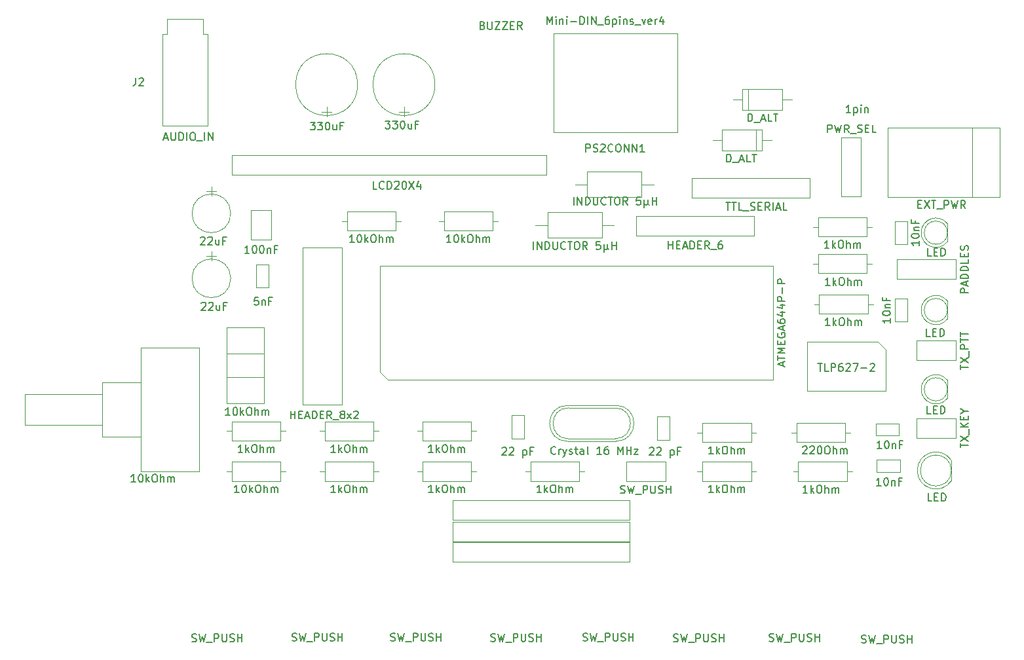
<source format=gbr>
G04 #@! TF.GenerationSoftware,KiCad,Pcbnew,5.0.2+dfsg1-1*
G04 #@! TF.CreationDate,2019-02-11T17:55:52+01:00*
G04 #@! TF.ProjectId,yaacwk,79616163-776b-42e6-9b69-6361645f7063,1.2*
G04 #@! TF.SameCoordinates,Original*
G04 #@! TF.FileFunction,Other,Fab,Top*
%FSLAX46Y46*%
G04 Gerber Fmt 4.6, Leading zero omitted, Abs format (unit mm)*
G04 Created by KiCad (PCBNEW 5.0.2+dfsg1-1) date lun 11 feb 2019 17:55:52 CET*
%MOMM*%
%LPD*%
G01*
G04 APERTURE LIST*
%ADD10C,0.100000*%
%ADD11C,0.150000*%
G04 APERTURE END LIST*
D10*
G04 #@! TO.C,J12*
X142830000Y-121730000D02*
X142830000Y-124270000D01*
X165690000Y-121730000D02*
X142830000Y-121730000D01*
X165690000Y-124270000D02*
X165690000Y-121730000D01*
X142830000Y-124270000D02*
X165690000Y-124270000D01*
G04 #@! TO.C,PS2CONN1*
X155800000Y-68800000D02*
X155800000Y-56000000D01*
X155800000Y-56000000D02*
X171800000Y-56000000D01*
X171800000Y-56000000D02*
X171800000Y-68800000D01*
X171800000Y-68800000D02*
X155800000Y-68800000D01*
G04 #@! TO.C,D1*
X206730555Y-80584524D02*
G75*
G03X206730000Y-82916190I-1500555J-1165476D01*
G01*
X206730000Y-81750000D02*
G75*
G03X206730000Y-81750000I-1500000J0D01*
G01*
X206730000Y-82916190D02*
X206730000Y-80583810D01*
G04 #@! TO.C,D2*
X206730555Y-100834524D02*
G75*
G03X206730000Y-103166190I-1500555J-1165476D01*
G01*
X206730000Y-102000000D02*
G75*
G03X206730000Y-102000000I-1500000J0D01*
G01*
X206730000Y-103166190D02*
X206730000Y-100833810D01*
G04 #@! TO.C,D3*
X206730555Y-90584524D02*
G75*
G03X206730000Y-92916190I-1500555J-1165476D01*
G01*
X206730000Y-91750000D02*
G75*
G03X206730000Y-91750000I-1500000J0D01*
G01*
X206730000Y-92916190D02*
X206730000Y-90583810D01*
G04 #@! TO.C,IC1*
X133380000Y-99745000D02*
X133380000Y-86015000D01*
X133380000Y-86015000D02*
X184180000Y-86015000D01*
X184180000Y-86015000D02*
X184180000Y-100745000D01*
X184180000Y-100745000D02*
X134380000Y-100745000D01*
X134380000Y-100745000D02*
X133380000Y-99745000D01*
G04 #@! TO.C,IC2*
X198770000Y-96885000D02*
X198770000Y-102235000D01*
X198770000Y-102235000D02*
X188610000Y-102235000D01*
X188610000Y-102235000D02*
X188610000Y-95885000D01*
X188610000Y-95885000D02*
X197770000Y-95885000D01*
X197770000Y-95885000D02*
X198770000Y-96885000D01*
G04 #@! TO.C,L1*
X167170000Y-77150000D02*
X167170000Y-73850000D01*
X167170000Y-73850000D02*
X160170000Y-73850000D01*
X160170000Y-73850000D02*
X160170000Y-77150000D01*
X160170000Y-77150000D02*
X167170000Y-77150000D01*
X168750000Y-75500000D02*
X167170000Y-75500000D01*
X158590000Y-75500000D02*
X160170000Y-75500000D01*
G04 #@! TO.C,L2*
X155080000Y-79100000D02*
X155080000Y-82400000D01*
X155080000Y-82400000D02*
X162080000Y-82400000D01*
X162080000Y-82400000D02*
X162080000Y-79100000D01*
X162080000Y-79100000D02*
X155080000Y-79100000D01*
X153500000Y-80750000D02*
X155080000Y-80750000D01*
X163660000Y-80750000D02*
X162080000Y-80750000D01*
G04 #@! TO.C,R1*
X114260000Y-111350000D02*
X114260000Y-113850000D01*
X114260000Y-113850000D02*
X120560000Y-113850000D01*
X120560000Y-113850000D02*
X120560000Y-111350000D01*
X120560000Y-111350000D02*
X114260000Y-111350000D01*
X113600000Y-112600000D02*
X114260000Y-112600000D01*
X121220000Y-112600000D02*
X120560000Y-112600000D01*
G04 #@! TO.C,R2*
X114260000Y-106150000D02*
X114260000Y-108650000D01*
X114260000Y-108650000D02*
X120560000Y-108650000D01*
X120560000Y-108650000D02*
X120560000Y-106150000D01*
X120560000Y-106150000D02*
X114260000Y-106150000D01*
X113600000Y-107400000D02*
X114260000Y-107400000D01*
X121220000Y-107400000D02*
X120560000Y-107400000D01*
G04 #@! TO.C,R3*
X126260000Y-111350000D02*
X126260000Y-113850000D01*
X126260000Y-113850000D02*
X132560000Y-113850000D01*
X132560000Y-113850000D02*
X132560000Y-111350000D01*
X132560000Y-111350000D02*
X126260000Y-111350000D01*
X125600000Y-112600000D02*
X126260000Y-112600000D01*
X133220000Y-112600000D02*
X132560000Y-112600000D01*
G04 #@! TO.C,R4*
X126260000Y-106150000D02*
X126260000Y-108650000D01*
X126260000Y-108650000D02*
X132560000Y-108650000D01*
X132560000Y-108650000D02*
X132560000Y-106150000D01*
X132560000Y-106150000D02*
X126260000Y-106150000D01*
X125600000Y-107400000D02*
X126260000Y-107400000D01*
X133220000Y-107400000D02*
X132560000Y-107400000D01*
G04 #@! TO.C,R5*
X138860000Y-111350000D02*
X138860000Y-113850000D01*
X138860000Y-113850000D02*
X145160000Y-113850000D01*
X145160000Y-113850000D02*
X145160000Y-111350000D01*
X145160000Y-111350000D02*
X138860000Y-111350000D01*
X138200000Y-112600000D02*
X138860000Y-112600000D01*
X145820000Y-112600000D02*
X145160000Y-112600000D01*
G04 #@! TO.C,R6*
X196340000Y-82250000D02*
X196340000Y-79750000D01*
X196340000Y-79750000D02*
X190040000Y-79750000D01*
X190040000Y-79750000D02*
X190040000Y-82250000D01*
X190040000Y-82250000D02*
X196340000Y-82250000D01*
X197000000Y-81000000D02*
X196340000Y-81000000D01*
X189380000Y-81000000D02*
X190040000Y-81000000D01*
G04 #@! TO.C,R7*
X193740000Y-113850000D02*
X193740000Y-111350000D01*
X193740000Y-111350000D02*
X187440000Y-111350000D01*
X187440000Y-111350000D02*
X187440000Y-113850000D01*
X187440000Y-113850000D02*
X193740000Y-113850000D01*
X194400000Y-112600000D02*
X193740000Y-112600000D01*
X186780000Y-112600000D02*
X187440000Y-112600000D01*
G04 #@! TO.C,R8*
X196340000Y-87000000D02*
X196340000Y-84500000D01*
X196340000Y-84500000D02*
X190040000Y-84500000D01*
X190040000Y-84500000D02*
X190040000Y-87000000D01*
X190040000Y-87000000D02*
X196340000Y-87000000D01*
X197000000Y-85750000D02*
X196340000Y-85750000D01*
X189380000Y-85750000D02*
X190040000Y-85750000D01*
G04 #@! TO.C,R9*
X193540000Y-108850000D02*
X193540000Y-106350000D01*
X193540000Y-106350000D02*
X187240000Y-106350000D01*
X187240000Y-106350000D02*
X187240000Y-108850000D01*
X187240000Y-108850000D02*
X193540000Y-108850000D01*
X194200000Y-107600000D02*
X193540000Y-107600000D01*
X186580000Y-107600000D02*
X187240000Y-107600000D01*
G04 #@! TO.C,R10*
X190160000Y-89750000D02*
X190160000Y-92250000D01*
X190160000Y-92250000D02*
X196460000Y-92250000D01*
X196460000Y-92250000D02*
X196460000Y-89750000D01*
X196460000Y-89750000D02*
X190160000Y-89750000D01*
X189500000Y-91000000D02*
X190160000Y-91000000D01*
X197120000Y-91000000D02*
X196460000Y-91000000D01*
G04 #@! TO.C,R11*
X175060000Y-106350000D02*
X175060000Y-108850000D01*
X175060000Y-108850000D02*
X181360000Y-108850000D01*
X181360000Y-108850000D02*
X181360000Y-106350000D01*
X181360000Y-106350000D02*
X175060000Y-106350000D01*
X174400000Y-107600000D02*
X175060000Y-107600000D01*
X182020000Y-107600000D02*
X181360000Y-107600000D01*
G04 #@! TO.C,R12*
X129160000Y-79000000D02*
X129160000Y-81500000D01*
X129160000Y-81500000D02*
X135460000Y-81500000D01*
X135460000Y-81500000D02*
X135460000Y-79000000D01*
X135460000Y-79000000D02*
X129160000Y-79000000D01*
X128500000Y-80250000D02*
X129160000Y-80250000D01*
X136120000Y-80250000D02*
X135460000Y-80250000D01*
G04 #@! TO.C,R13*
X141660000Y-79000000D02*
X141660000Y-81500000D01*
X141660000Y-81500000D02*
X147960000Y-81500000D01*
X147960000Y-81500000D02*
X147960000Y-79000000D01*
X147960000Y-79000000D02*
X141660000Y-79000000D01*
X141000000Y-80250000D02*
X141660000Y-80250000D01*
X148620000Y-80250000D02*
X147960000Y-80250000D01*
G04 #@! TO.C,Y1*
X163885000Y-104075000D02*
G75*
G02X163885000Y-108725000I0J-2325000D01*
G01*
X157635000Y-104075000D02*
G75*
G03X157635000Y-108725000I0J-2325000D01*
G01*
X163760000Y-104400000D02*
G75*
G02X163760000Y-108400000I0J-2000000D01*
G01*
X157760000Y-104400000D02*
G75*
G03X157760000Y-108400000I0J-2000000D01*
G01*
X163885000Y-108725000D02*
X157635000Y-108725000D01*
X163885000Y-104075000D02*
X157635000Y-104075000D01*
X163760000Y-108400000D02*
X157760000Y-108400000D01*
X163760000Y-104400000D02*
X157760000Y-104400000D01*
G04 #@! TO.C,J3*
X202730000Y-98270000D02*
X207810000Y-98270000D01*
X207810000Y-98270000D02*
X207810000Y-95730000D01*
X207810000Y-95730000D02*
X202730000Y-95730000D01*
X202730000Y-95730000D02*
X202730000Y-98270000D01*
G04 #@! TO.C,J4*
X202730000Y-108270000D02*
X207810000Y-108270000D01*
X207810000Y-108270000D02*
X207810000Y-105730000D01*
X207810000Y-105730000D02*
X202730000Y-105730000D01*
X202730000Y-105730000D02*
X202730000Y-108270000D01*
G04 #@! TO.C,J5*
X200230000Y-87770000D02*
X207850000Y-87770000D01*
X207850000Y-87770000D02*
X207850000Y-85230000D01*
X207850000Y-85230000D02*
X200230000Y-85230000D01*
X200230000Y-85230000D02*
X200230000Y-87770000D01*
G04 #@! TO.C,D5*
X182790000Y-71100000D02*
X182790000Y-68400000D01*
X182790000Y-68400000D02*
X177590000Y-68400000D01*
X177590000Y-68400000D02*
X177590000Y-71100000D01*
X177590000Y-71100000D02*
X182790000Y-71100000D01*
X184000000Y-69750000D02*
X182790000Y-69750000D01*
X176380000Y-69750000D02*
X177590000Y-69750000D01*
X182010000Y-71100000D02*
X182010000Y-68400000D01*
G04 #@! TO.C,D6*
X180210000Y-63150000D02*
X180210000Y-65850000D01*
X180210000Y-65850000D02*
X185410000Y-65850000D01*
X185410000Y-65850000D02*
X185410000Y-63150000D01*
X185410000Y-63150000D02*
X180210000Y-63150000D01*
X179000000Y-64500000D02*
X180210000Y-64500000D01*
X186620000Y-64500000D02*
X185410000Y-64500000D01*
X180990000Y-63150000D02*
X180990000Y-65850000D01*
G04 #@! TO.C,J6*
X173730000Y-77270000D02*
X188970000Y-77270000D01*
X188970000Y-77270000D02*
X188970000Y-74730000D01*
X188970000Y-74730000D02*
X173730000Y-74730000D01*
X173730000Y-74730000D02*
X173730000Y-77270000D01*
G04 #@! TO.C,SW6*
X170270000Y-111330000D02*
X165190000Y-111330000D01*
X165190000Y-111330000D02*
X165190000Y-113870000D01*
X165190000Y-113870000D02*
X170270000Y-113870000D01*
X170270000Y-113870000D02*
X170270000Y-111330000D01*
G04 #@! TO.C,J2*
X105304000Y-67880000D02*
X105304000Y-56080000D01*
X105304000Y-56080000D02*
X105904000Y-56080000D01*
X105904000Y-56080000D02*
X105904000Y-54080000D01*
X105904000Y-54080000D02*
X110504000Y-54080000D01*
X110504000Y-54080000D02*
X110504000Y-56080000D01*
X110504000Y-56080000D02*
X111104000Y-56080000D01*
X111104000Y-56080000D02*
X111104000Y-67880000D01*
X111104000Y-67880000D02*
X105304000Y-67880000D01*
G04 #@! TO.C,LCDPot2*
X118400000Y-94000000D02*
X118400000Y-103800000D01*
X118400000Y-103800000D02*
X113600000Y-103800000D01*
X113600000Y-103800000D02*
X113600000Y-94000000D01*
X113600000Y-94000000D02*
X118400000Y-94000000D01*
X113600000Y-97400000D02*
X113600000Y-100400000D01*
X113600000Y-100400000D02*
X118400000Y-100400000D01*
X118400000Y-100400000D02*
X118400000Y-97400000D01*
X118400000Y-97400000D02*
X113600000Y-97400000D01*
G04 #@! TO.C,DS1*
X114230000Y-74270000D02*
X154870000Y-74270000D01*
X154870000Y-74270000D02*
X154870000Y-71730000D01*
X154870000Y-71730000D02*
X114230000Y-71730000D01*
X114230000Y-71730000D02*
X114230000Y-74270000D01*
G04 #@! TO.C,J7*
X181720000Y-79630000D02*
X166480000Y-79630000D01*
X166480000Y-79630000D02*
X166480000Y-82170000D01*
X166480000Y-82170000D02*
X181720000Y-82170000D01*
X181720000Y-82170000D02*
X181720000Y-79630000D01*
G04 #@! TO.C,J9*
X195580000Y-77089000D02*
X195580000Y-69469000D01*
X195580000Y-69469000D02*
X193040000Y-69469000D01*
X193040000Y-69469000D02*
X193040000Y-77089000D01*
X193040000Y-77089000D02*
X195580000Y-77089000D01*
G04 #@! TO.C,J1*
X209971000Y-77144000D02*
X209971000Y-68144000D01*
X213471000Y-77144000D02*
X213471000Y-68144000D01*
X213471000Y-68144000D02*
X198971000Y-68144000D01*
X198971000Y-68144000D02*
X198971000Y-77144000D01*
X198971000Y-77144000D02*
X213471000Y-77144000D01*
G04 #@! TO.C,C14*
X130500000Y-62600000D02*
G75*
G03X130500000Y-62600000I-4000000J0D01*
G01*
X126500000Y-66700000D02*
X126500000Y-65500000D01*
X125850000Y-66100000D02*
X127150000Y-66100000D01*
G04 #@! TO.C,C16*
X140500000Y-62600000D02*
G75*
G03X140500000Y-62600000I-4000000J0D01*
G01*
X136500000Y-66700000D02*
X136500000Y-65500000D01*
X135850000Y-66100000D02*
X137150000Y-66100000D01*
G04 #@! TO.C,R14*
X138860000Y-106150000D02*
X138860000Y-108650000D01*
X138860000Y-108650000D02*
X145160000Y-108650000D01*
X145160000Y-108650000D02*
X145160000Y-106150000D01*
X145160000Y-106150000D02*
X138860000Y-106150000D01*
X138200000Y-107400000D02*
X138860000Y-107400000D01*
X145820000Y-107400000D02*
X145160000Y-107400000D01*
G04 #@! TO.C,R15*
X152860000Y-111350000D02*
X152860000Y-113850000D01*
X152860000Y-113850000D02*
X159160000Y-113850000D01*
X159160000Y-113850000D02*
X159160000Y-111350000D01*
X159160000Y-111350000D02*
X152860000Y-111350000D01*
X152200000Y-112600000D02*
X152860000Y-112600000D01*
X159820000Y-112600000D02*
X159160000Y-112600000D01*
G04 #@! TO.C,R16*
X175060000Y-111350000D02*
X175060000Y-113850000D01*
X175060000Y-113850000D02*
X181360000Y-113850000D01*
X181360000Y-113850000D02*
X181360000Y-111350000D01*
X181360000Y-111350000D02*
X175060000Y-111350000D01*
X174400000Y-112600000D02*
X175060000Y-112600000D01*
X182020000Y-112600000D02*
X181360000Y-112600000D01*
G04 #@! TO.C,SpeedPot1*
X109990000Y-112610000D02*
X109990000Y-96610000D01*
X109990000Y-96610000D02*
X102490000Y-96610000D01*
X102490000Y-96610000D02*
X102490000Y-112610000D01*
X102490000Y-112610000D02*
X109990000Y-112610000D01*
X102490000Y-108110000D02*
X102490000Y-101110000D01*
X102490000Y-101110000D02*
X97490000Y-101110000D01*
X97490000Y-101110000D02*
X97490000Y-108110000D01*
X97490000Y-108110000D02*
X102490000Y-108110000D01*
X97490000Y-106610000D02*
X97490000Y-102610000D01*
X97490000Y-102610000D02*
X87490000Y-102610000D01*
X87490000Y-102610000D02*
X87490000Y-106610000D01*
X87490000Y-106610000D02*
X97490000Y-106610000D01*
G04 #@! TO.C,D4*
X207230338Y-111173861D02*
G75*
G03X207230000Y-113826650I-2000338J-1326139D01*
G01*
X207230000Y-112500000D02*
G75*
G03X207230000Y-112500000I-2000000J0D01*
G01*
X207230000Y-113826650D02*
X207230000Y-111173350D01*
G04 #@! TO.C,C3*
X199950000Y-83250000D02*
X201550000Y-83250000D01*
X201550000Y-83250000D02*
X201550000Y-80250000D01*
X201550000Y-80250000D02*
X199950000Y-80250000D01*
X199950000Y-80250000D02*
X199950000Y-83250000D01*
G04 #@! TO.C,C2*
X201550000Y-90250000D02*
X199950000Y-90250000D01*
X199950000Y-90250000D02*
X199950000Y-93250000D01*
X199950000Y-93250000D02*
X201550000Y-93250000D01*
X201550000Y-93250000D02*
X201550000Y-90250000D01*
G04 #@! TO.C,C10*
X170800000Y-105550000D02*
X169200000Y-105550000D01*
X169200000Y-105550000D02*
X169200000Y-108550000D01*
X169200000Y-108550000D02*
X170800000Y-108550000D01*
X170800000Y-108550000D02*
X170800000Y-105550000D01*
G04 #@! TO.C,C11*
X152000000Y-105350000D02*
X150400000Y-105350000D01*
X150400000Y-105350000D02*
X150400000Y-108350000D01*
X150400000Y-108350000D02*
X152000000Y-108350000D01*
X152000000Y-108350000D02*
X152000000Y-105350000D01*
G04 #@! TO.C,C1*
X117400000Y-88850000D02*
X119000000Y-88850000D01*
X119000000Y-88850000D02*
X119000000Y-85850000D01*
X119000000Y-85850000D02*
X117400000Y-85850000D01*
X117400000Y-85850000D02*
X117400000Y-88850000D01*
G04 #@! TO.C,C12*
X119300000Y-78850000D02*
X116700000Y-78850000D01*
X116700000Y-78850000D02*
X116700000Y-82650000D01*
X116700000Y-82650000D02*
X119300000Y-82650000D01*
X119300000Y-82650000D02*
X119300000Y-78850000D01*
G04 #@! TO.C,C13*
X114100000Y-79250000D02*
G75*
G03X114100000Y-79250000I-2500000J0D01*
G01*
X111600000Y-75800000D02*
X111600000Y-77000000D01*
X112250000Y-76400000D02*
X110950000Y-76400000D01*
G04 #@! TO.C,C15*
X114100000Y-87650000D02*
G75*
G03X114100000Y-87650000I-2500000J0D01*
G01*
X111600000Y-84200000D02*
X111600000Y-85400000D01*
X112250000Y-84800000D02*
X110950000Y-84800000D01*
G04 #@! TO.C,C4*
X200450000Y-108000000D02*
X200450000Y-106400000D01*
X200450000Y-106400000D02*
X197450000Y-106400000D01*
X197450000Y-106400000D02*
X197450000Y-108000000D01*
X197450000Y-108000000D02*
X200450000Y-108000000D01*
G04 #@! TO.C,C5*
X200610000Y-112690000D02*
X200610000Y-111090000D01*
X200610000Y-111090000D02*
X197610000Y-111090000D01*
X197610000Y-111090000D02*
X197610000Y-112690000D01*
X197610000Y-112690000D02*
X200610000Y-112690000D01*
G04 #@! TO.C,J8*
X128520000Y-104020000D02*
X128520000Y-83700000D01*
X128520000Y-83700000D02*
X123440000Y-83700000D01*
X123440000Y-83700000D02*
X123440000Y-104020000D01*
X123440000Y-104020000D02*
X128520000Y-104020000D01*
G04 #@! TO.C,J10*
X142830000Y-118870000D02*
X165690000Y-118870000D01*
X165690000Y-118870000D02*
X165690000Y-116330000D01*
X165690000Y-116330000D02*
X142830000Y-116330000D01*
X142830000Y-116330000D02*
X142830000Y-118870000D01*
G04 #@! TO.C,J11*
X142830000Y-121670000D02*
X165690000Y-121670000D01*
X165690000Y-121670000D02*
X165690000Y-119130000D01*
X165690000Y-119130000D02*
X142830000Y-119130000D01*
X142830000Y-119130000D02*
X142830000Y-121670000D01*
G04 #@! TD*
G04 #@! TO.C,PS2CONN1*
D11*
X155006190Y-54802380D02*
X155006190Y-53802380D01*
X155339523Y-54516666D01*
X155672857Y-53802380D01*
X155672857Y-54802380D01*
X156149047Y-54802380D02*
X156149047Y-54135714D01*
X156149047Y-53802380D02*
X156101428Y-53850000D01*
X156149047Y-53897619D01*
X156196666Y-53850000D01*
X156149047Y-53802380D01*
X156149047Y-53897619D01*
X156625238Y-54135714D02*
X156625238Y-54802380D01*
X156625238Y-54230952D02*
X156672857Y-54183333D01*
X156768095Y-54135714D01*
X156910952Y-54135714D01*
X157006190Y-54183333D01*
X157053809Y-54278571D01*
X157053809Y-54802380D01*
X157530000Y-54802380D02*
X157530000Y-54135714D01*
X157530000Y-53802380D02*
X157482380Y-53850000D01*
X157530000Y-53897619D01*
X157577619Y-53850000D01*
X157530000Y-53802380D01*
X157530000Y-53897619D01*
X158006190Y-54421428D02*
X158768095Y-54421428D01*
X159244285Y-54802380D02*
X159244285Y-53802380D01*
X159482380Y-53802380D01*
X159625238Y-53850000D01*
X159720476Y-53945238D01*
X159768095Y-54040476D01*
X159815714Y-54230952D01*
X159815714Y-54373809D01*
X159768095Y-54564285D01*
X159720476Y-54659523D01*
X159625238Y-54754761D01*
X159482380Y-54802380D01*
X159244285Y-54802380D01*
X160244285Y-54802380D02*
X160244285Y-53802380D01*
X160720476Y-54802380D02*
X160720476Y-53802380D01*
X161291904Y-54802380D01*
X161291904Y-53802380D01*
X161530000Y-54897619D02*
X162291904Y-54897619D01*
X162958571Y-53802380D02*
X162768095Y-53802380D01*
X162672857Y-53850000D01*
X162625238Y-53897619D01*
X162530000Y-54040476D01*
X162482380Y-54230952D01*
X162482380Y-54611904D01*
X162530000Y-54707142D01*
X162577619Y-54754761D01*
X162672857Y-54802380D01*
X162863333Y-54802380D01*
X162958571Y-54754761D01*
X163006190Y-54707142D01*
X163053809Y-54611904D01*
X163053809Y-54373809D01*
X163006190Y-54278571D01*
X162958571Y-54230952D01*
X162863333Y-54183333D01*
X162672857Y-54183333D01*
X162577619Y-54230952D01*
X162530000Y-54278571D01*
X162482380Y-54373809D01*
X163482380Y-54135714D02*
X163482380Y-55135714D01*
X163482380Y-54183333D02*
X163577619Y-54135714D01*
X163768095Y-54135714D01*
X163863333Y-54183333D01*
X163910952Y-54230952D01*
X163958571Y-54326190D01*
X163958571Y-54611904D01*
X163910952Y-54707142D01*
X163863333Y-54754761D01*
X163768095Y-54802380D01*
X163577619Y-54802380D01*
X163482380Y-54754761D01*
X164387142Y-54802380D02*
X164387142Y-54135714D01*
X164387142Y-53802380D02*
X164339523Y-53850000D01*
X164387142Y-53897619D01*
X164434761Y-53850000D01*
X164387142Y-53802380D01*
X164387142Y-53897619D01*
X164863333Y-54135714D02*
X164863333Y-54802380D01*
X164863333Y-54230952D02*
X164910952Y-54183333D01*
X165006190Y-54135714D01*
X165149047Y-54135714D01*
X165244285Y-54183333D01*
X165291904Y-54278571D01*
X165291904Y-54802380D01*
X165720476Y-54754761D02*
X165815714Y-54802380D01*
X166006190Y-54802380D01*
X166101428Y-54754761D01*
X166149047Y-54659523D01*
X166149047Y-54611904D01*
X166101428Y-54516666D01*
X166006190Y-54469047D01*
X165863333Y-54469047D01*
X165768095Y-54421428D01*
X165720476Y-54326190D01*
X165720476Y-54278571D01*
X165768095Y-54183333D01*
X165863333Y-54135714D01*
X166006190Y-54135714D01*
X166101428Y-54183333D01*
X166339523Y-54897619D02*
X167101428Y-54897619D01*
X167244285Y-54135714D02*
X167482380Y-54802380D01*
X167720476Y-54135714D01*
X168482380Y-54754761D02*
X168387142Y-54802380D01*
X168196666Y-54802380D01*
X168101428Y-54754761D01*
X168053809Y-54659523D01*
X168053809Y-54278571D01*
X168101428Y-54183333D01*
X168196666Y-54135714D01*
X168387142Y-54135714D01*
X168482380Y-54183333D01*
X168529999Y-54278571D01*
X168529999Y-54373809D01*
X168053809Y-54469047D01*
X168958571Y-54802380D02*
X168958571Y-54135714D01*
X168958571Y-54326190D02*
X169006190Y-54230952D01*
X169053809Y-54183333D01*
X169149047Y-54135714D01*
X169244285Y-54135714D01*
X170006190Y-54135714D02*
X170006190Y-54802380D01*
X169768095Y-53754761D02*
X169529999Y-54469047D01*
X170149047Y-54469047D01*
X160008095Y-71302380D02*
X160008095Y-70302380D01*
X160389047Y-70302380D01*
X160484285Y-70350000D01*
X160531904Y-70397619D01*
X160579523Y-70492857D01*
X160579523Y-70635714D01*
X160531904Y-70730952D01*
X160484285Y-70778571D01*
X160389047Y-70826190D01*
X160008095Y-70826190D01*
X160960476Y-71254761D02*
X161103333Y-71302380D01*
X161341428Y-71302380D01*
X161436666Y-71254761D01*
X161484285Y-71207142D01*
X161531904Y-71111904D01*
X161531904Y-71016666D01*
X161484285Y-70921428D01*
X161436666Y-70873809D01*
X161341428Y-70826190D01*
X161150952Y-70778571D01*
X161055714Y-70730952D01*
X161008095Y-70683333D01*
X160960476Y-70588095D01*
X160960476Y-70492857D01*
X161008095Y-70397619D01*
X161055714Y-70350000D01*
X161150952Y-70302380D01*
X161389047Y-70302380D01*
X161531904Y-70350000D01*
X161912857Y-70397619D02*
X161960476Y-70350000D01*
X162055714Y-70302380D01*
X162293809Y-70302380D01*
X162389047Y-70350000D01*
X162436666Y-70397619D01*
X162484285Y-70492857D01*
X162484285Y-70588095D01*
X162436666Y-70730952D01*
X161865238Y-71302380D01*
X162484285Y-71302380D01*
X163484285Y-71207142D02*
X163436666Y-71254761D01*
X163293809Y-71302380D01*
X163198571Y-71302380D01*
X163055714Y-71254761D01*
X162960476Y-71159523D01*
X162912857Y-71064285D01*
X162865238Y-70873809D01*
X162865238Y-70730952D01*
X162912857Y-70540476D01*
X162960476Y-70445238D01*
X163055714Y-70350000D01*
X163198571Y-70302380D01*
X163293809Y-70302380D01*
X163436666Y-70350000D01*
X163484285Y-70397619D01*
X164103333Y-70302380D02*
X164293809Y-70302380D01*
X164389047Y-70350000D01*
X164484285Y-70445238D01*
X164531904Y-70635714D01*
X164531904Y-70969047D01*
X164484285Y-71159523D01*
X164389047Y-71254761D01*
X164293809Y-71302380D01*
X164103333Y-71302380D01*
X164008095Y-71254761D01*
X163912857Y-71159523D01*
X163865238Y-70969047D01*
X163865238Y-70635714D01*
X163912857Y-70445238D01*
X164008095Y-70350000D01*
X164103333Y-70302380D01*
X164960476Y-71302380D02*
X164960476Y-70302380D01*
X165531904Y-71302380D01*
X165531904Y-70302380D01*
X166008095Y-71302380D02*
X166008095Y-70302380D01*
X166579523Y-71302380D01*
X166579523Y-70302380D01*
X167579523Y-71302380D02*
X167008095Y-71302380D01*
X167293809Y-71302380D02*
X167293809Y-70302380D01*
X167198571Y-70445238D01*
X167103333Y-70540476D01*
X167008095Y-70588095D01*
G04 #@! TO.C,HOLE1*
X194214857Y-66238380D02*
X193643428Y-66238380D01*
X193929142Y-66238380D02*
X193929142Y-65238380D01*
X193833904Y-65381238D01*
X193738666Y-65476476D01*
X193643428Y-65524095D01*
X194643428Y-65571714D02*
X194643428Y-66571714D01*
X194643428Y-65619333D02*
X194738666Y-65571714D01*
X194929142Y-65571714D01*
X195024380Y-65619333D01*
X195072000Y-65666952D01*
X195119619Y-65762190D01*
X195119619Y-66047904D01*
X195072000Y-66143142D01*
X195024380Y-66190761D01*
X194929142Y-66238380D01*
X194738666Y-66238380D01*
X194643428Y-66190761D01*
X195548190Y-66238380D02*
X195548190Y-65571714D01*
X195548190Y-65238380D02*
X195500571Y-65286000D01*
X195548190Y-65333619D01*
X195595809Y-65286000D01*
X195548190Y-65238380D01*
X195548190Y-65333619D01*
X196024380Y-65571714D02*
X196024380Y-66238380D01*
X196024380Y-65666952D02*
X196072000Y-65619333D01*
X196167238Y-65571714D01*
X196310095Y-65571714D01*
X196405333Y-65619333D01*
X196452952Y-65714571D01*
X196452952Y-66238380D01*
G04 #@! TO.C,BZ1*
X146643617Y-54927571D02*
X146786474Y-54975190D01*
X146834093Y-55022809D01*
X146881712Y-55118047D01*
X146881712Y-55260904D01*
X146834093Y-55356142D01*
X146786474Y-55403761D01*
X146691236Y-55451380D01*
X146310283Y-55451380D01*
X146310283Y-54451380D01*
X146643617Y-54451380D01*
X146738855Y-54499000D01*
X146786474Y-54546619D01*
X146834093Y-54641857D01*
X146834093Y-54737095D01*
X146786474Y-54832333D01*
X146738855Y-54879952D01*
X146643617Y-54927571D01*
X146310283Y-54927571D01*
X147310283Y-54451380D02*
X147310283Y-55260904D01*
X147357902Y-55356142D01*
X147405521Y-55403761D01*
X147500760Y-55451380D01*
X147691236Y-55451380D01*
X147786474Y-55403761D01*
X147834093Y-55356142D01*
X147881712Y-55260904D01*
X147881712Y-54451380D01*
X148262664Y-54451380D02*
X148929331Y-54451380D01*
X148262664Y-55451380D01*
X148929331Y-55451380D01*
X149215045Y-54451380D02*
X149881712Y-54451380D01*
X149215045Y-55451380D01*
X149881712Y-55451380D01*
X150262664Y-54927571D02*
X150595998Y-54927571D01*
X150738855Y-55451380D02*
X150262664Y-55451380D01*
X150262664Y-54451380D01*
X150738855Y-54451380D01*
X151738855Y-55451380D02*
X151405521Y-54975190D01*
X151167426Y-55451380D02*
X151167426Y-54451380D01*
X151548379Y-54451380D01*
X151643617Y-54499000D01*
X151691236Y-54546619D01*
X151738855Y-54641857D01*
X151738855Y-54784714D01*
X151691236Y-54879952D01*
X151643617Y-54927571D01*
X151548379Y-54975190D01*
X151167426Y-54975190D01*
G04 #@! TO.C,D1*
X204657142Y-84752380D02*
X204180952Y-84752380D01*
X204180952Y-83752380D01*
X204990476Y-84228571D02*
X205323809Y-84228571D01*
X205466666Y-84752380D02*
X204990476Y-84752380D01*
X204990476Y-83752380D01*
X205466666Y-83752380D01*
X205895238Y-84752380D02*
X205895238Y-83752380D01*
X206133333Y-83752380D01*
X206276190Y-83800000D01*
X206371428Y-83895238D01*
X206419047Y-83990476D01*
X206466666Y-84180952D01*
X206466666Y-84323809D01*
X206419047Y-84514285D01*
X206371428Y-84609523D01*
X206276190Y-84704761D01*
X206133333Y-84752380D01*
X205895238Y-84752380D01*
G04 #@! TO.C,D2*
X204607142Y-105152380D02*
X204130952Y-105152380D01*
X204130952Y-104152380D01*
X204940476Y-104628571D02*
X205273809Y-104628571D01*
X205416666Y-105152380D02*
X204940476Y-105152380D01*
X204940476Y-104152380D01*
X205416666Y-104152380D01*
X205845238Y-105152380D02*
X205845238Y-104152380D01*
X206083333Y-104152380D01*
X206226190Y-104200000D01*
X206321428Y-104295238D01*
X206369047Y-104390476D01*
X206416666Y-104580952D01*
X206416666Y-104723809D01*
X206369047Y-104914285D01*
X206321428Y-105009523D01*
X206226190Y-105104761D01*
X206083333Y-105152380D01*
X205845238Y-105152380D01*
G04 #@! TO.C,D3*
X204507142Y-95152380D02*
X204030952Y-95152380D01*
X204030952Y-94152380D01*
X204840476Y-94628571D02*
X205173809Y-94628571D01*
X205316666Y-95152380D02*
X204840476Y-95152380D01*
X204840476Y-94152380D01*
X205316666Y-94152380D01*
X205745238Y-95152380D02*
X205745238Y-94152380D01*
X205983333Y-94152380D01*
X206126190Y-94200000D01*
X206221428Y-94295238D01*
X206269047Y-94390476D01*
X206316666Y-94580952D01*
X206316666Y-94723809D01*
X206269047Y-94914285D01*
X206221428Y-95009523D01*
X206126190Y-95104761D01*
X205983333Y-95152380D01*
X205745238Y-95152380D01*
G04 #@! TO.C,IC1*
X185466666Y-98999047D02*
X185466666Y-98522857D01*
X185752380Y-99094285D02*
X184752380Y-98760952D01*
X185752380Y-98427619D01*
X184752380Y-98237142D02*
X184752380Y-97665714D01*
X185752380Y-97951428D02*
X184752380Y-97951428D01*
X185752380Y-97332380D02*
X184752380Y-97332380D01*
X185466666Y-96999047D01*
X184752380Y-96665714D01*
X185752380Y-96665714D01*
X185228571Y-96189523D02*
X185228571Y-95856190D01*
X185752380Y-95713333D02*
X185752380Y-96189523D01*
X184752380Y-96189523D01*
X184752380Y-95713333D01*
X184800000Y-94760952D02*
X184752380Y-94856190D01*
X184752380Y-94999047D01*
X184800000Y-95141904D01*
X184895238Y-95237142D01*
X184990476Y-95284761D01*
X185180952Y-95332380D01*
X185323809Y-95332380D01*
X185514285Y-95284761D01*
X185609523Y-95237142D01*
X185704761Y-95141904D01*
X185752380Y-94999047D01*
X185752380Y-94903809D01*
X185704761Y-94760952D01*
X185657142Y-94713333D01*
X185323809Y-94713333D01*
X185323809Y-94903809D01*
X185466666Y-94332380D02*
X185466666Y-93856190D01*
X185752380Y-94427619D02*
X184752380Y-94094285D01*
X185752380Y-93760952D01*
X184752380Y-92999047D02*
X184752380Y-93189523D01*
X184800000Y-93284761D01*
X184847619Y-93332380D01*
X184990476Y-93427619D01*
X185180952Y-93475238D01*
X185561904Y-93475238D01*
X185657142Y-93427619D01*
X185704761Y-93380000D01*
X185752380Y-93284761D01*
X185752380Y-93094285D01*
X185704761Y-92999047D01*
X185657142Y-92951428D01*
X185561904Y-92903809D01*
X185323809Y-92903809D01*
X185228571Y-92951428D01*
X185180952Y-92999047D01*
X185133333Y-93094285D01*
X185133333Y-93284761D01*
X185180952Y-93380000D01*
X185228571Y-93427619D01*
X185323809Y-93475238D01*
X185085714Y-92046666D02*
X185752380Y-92046666D01*
X184704761Y-92284761D02*
X185419047Y-92522857D01*
X185419047Y-91903809D01*
X185085714Y-91094285D02*
X185752380Y-91094285D01*
X184704761Y-91332380D02*
X185419047Y-91570476D01*
X185419047Y-90951428D01*
X185752380Y-90570476D02*
X184752380Y-90570476D01*
X184752380Y-90189523D01*
X184800000Y-90094285D01*
X184847619Y-90046666D01*
X184942857Y-89999047D01*
X185085714Y-89999047D01*
X185180952Y-90046666D01*
X185228571Y-90094285D01*
X185276190Y-90189523D01*
X185276190Y-90570476D01*
X185371428Y-89570476D02*
X185371428Y-88808571D01*
X185752380Y-88332380D02*
X184752380Y-88332380D01*
X184752380Y-87951428D01*
X184800000Y-87856190D01*
X184847619Y-87808571D01*
X184942857Y-87760952D01*
X185085714Y-87760952D01*
X185180952Y-87808571D01*
X185228571Y-87856190D01*
X185276190Y-87951428D01*
X185276190Y-88332380D01*
G04 #@! TO.C,IC2*
X189985714Y-98652380D02*
X190557142Y-98652380D01*
X190271428Y-99652380D02*
X190271428Y-98652380D01*
X191366666Y-99652380D02*
X190890476Y-99652380D01*
X190890476Y-98652380D01*
X191700000Y-99652380D02*
X191700000Y-98652380D01*
X192080952Y-98652380D01*
X192176190Y-98700000D01*
X192223809Y-98747619D01*
X192271428Y-98842857D01*
X192271428Y-98985714D01*
X192223809Y-99080952D01*
X192176190Y-99128571D01*
X192080952Y-99176190D01*
X191700000Y-99176190D01*
X193128571Y-98652380D02*
X192938095Y-98652380D01*
X192842857Y-98700000D01*
X192795238Y-98747619D01*
X192700000Y-98890476D01*
X192652380Y-99080952D01*
X192652380Y-99461904D01*
X192700000Y-99557142D01*
X192747619Y-99604761D01*
X192842857Y-99652380D01*
X193033333Y-99652380D01*
X193128571Y-99604761D01*
X193176190Y-99557142D01*
X193223809Y-99461904D01*
X193223809Y-99223809D01*
X193176190Y-99128571D01*
X193128571Y-99080952D01*
X193033333Y-99033333D01*
X192842857Y-99033333D01*
X192747619Y-99080952D01*
X192700000Y-99128571D01*
X192652380Y-99223809D01*
X193604761Y-98747619D02*
X193652380Y-98700000D01*
X193747619Y-98652380D01*
X193985714Y-98652380D01*
X194080952Y-98700000D01*
X194128571Y-98747619D01*
X194176190Y-98842857D01*
X194176190Y-98938095D01*
X194128571Y-99080952D01*
X193557142Y-99652380D01*
X194176190Y-99652380D01*
X194509523Y-98652380D02*
X195176190Y-98652380D01*
X194747619Y-99652380D01*
X195557142Y-99271428D02*
X196319047Y-99271428D01*
X196747619Y-98747619D02*
X196795238Y-98700000D01*
X196890476Y-98652380D01*
X197128571Y-98652380D01*
X197223809Y-98700000D01*
X197271428Y-98747619D01*
X197319047Y-98842857D01*
X197319047Y-98938095D01*
X197271428Y-99080952D01*
X196700000Y-99652380D01*
X197319047Y-99652380D01*
G04 #@! TO.C,L1*
X158442857Y-78152380D02*
X158442857Y-77152380D01*
X158919047Y-78152380D02*
X158919047Y-77152380D01*
X159490476Y-78152380D01*
X159490476Y-77152380D01*
X159966666Y-78152380D02*
X159966666Y-77152380D01*
X160204761Y-77152380D01*
X160347619Y-77200000D01*
X160442857Y-77295238D01*
X160490476Y-77390476D01*
X160538095Y-77580952D01*
X160538095Y-77723809D01*
X160490476Y-77914285D01*
X160442857Y-78009523D01*
X160347619Y-78104761D01*
X160204761Y-78152380D01*
X159966666Y-78152380D01*
X160966666Y-77152380D02*
X160966666Y-77961904D01*
X161014285Y-78057142D01*
X161061904Y-78104761D01*
X161157142Y-78152380D01*
X161347619Y-78152380D01*
X161442857Y-78104761D01*
X161490476Y-78057142D01*
X161538095Y-77961904D01*
X161538095Y-77152380D01*
X162585714Y-78057142D02*
X162538095Y-78104761D01*
X162395238Y-78152380D01*
X162300000Y-78152380D01*
X162157142Y-78104761D01*
X162061904Y-78009523D01*
X162014285Y-77914285D01*
X161966666Y-77723809D01*
X161966666Y-77580952D01*
X162014285Y-77390476D01*
X162061904Y-77295238D01*
X162157142Y-77200000D01*
X162300000Y-77152380D01*
X162395238Y-77152380D01*
X162538095Y-77200000D01*
X162585714Y-77247619D01*
X162871428Y-77152380D02*
X163442857Y-77152380D01*
X163157142Y-78152380D02*
X163157142Y-77152380D01*
X163966666Y-77152380D02*
X164157142Y-77152380D01*
X164252380Y-77200000D01*
X164347619Y-77295238D01*
X164395238Y-77485714D01*
X164395238Y-77819047D01*
X164347619Y-78009523D01*
X164252380Y-78104761D01*
X164157142Y-78152380D01*
X163966666Y-78152380D01*
X163871428Y-78104761D01*
X163776190Y-78009523D01*
X163728571Y-77819047D01*
X163728571Y-77485714D01*
X163776190Y-77295238D01*
X163871428Y-77200000D01*
X163966666Y-77152380D01*
X165395238Y-78152380D02*
X165061904Y-77676190D01*
X164823809Y-78152380D02*
X164823809Y-77152380D01*
X165204761Y-77152380D01*
X165300000Y-77200000D01*
X165347619Y-77247619D01*
X165395238Y-77342857D01*
X165395238Y-77485714D01*
X165347619Y-77580952D01*
X165300000Y-77628571D01*
X165204761Y-77676190D01*
X164823809Y-77676190D01*
X167061904Y-77152380D02*
X166585714Y-77152380D01*
X166538095Y-77628571D01*
X166585714Y-77580952D01*
X166680952Y-77533333D01*
X166919047Y-77533333D01*
X167014285Y-77580952D01*
X167061904Y-77628571D01*
X167109523Y-77723809D01*
X167109523Y-77961904D01*
X167061904Y-78057142D01*
X167014285Y-78104761D01*
X166919047Y-78152380D01*
X166680952Y-78152380D01*
X166585714Y-78104761D01*
X166538095Y-78057142D01*
X167538095Y-77485714D02*
X167538095Y-78485714D01*
X168014285Y-78009523D02*
X168061904Y-78104761D01*
X168157142Y-78152380D01*
X167538095Y-78009523D02*
X167585714Y-78104761D01*
X167680952Y-78152380D01*
X167871428Y-78152380D01*
X167966666Y-78104761D01*
X168014285Y-78009523D01*
X168014285Y-77485714D01*
X168585714Y-78152380D02*
X168585714Y-77152380D01*
X168585714Y-77628571D02*
X169157142Y-77628571D01*
X169157142Y-78152380D02*
X169157142Y-77152380D01*
G04 #@! TO.C,L2*
X153222857Y-83912380D02*
X153222857Y-82912380D01*
X153699047Y-83912380D02*
X153699047Y-82912380D01*
X154270476Y-83912380D01*
X154270476Y-82912380D01*
X154746666Y-83912380D02*
X154746666Y-82912380D01*
X154984761Y-82912380D01*
X155127619Y-82960000D01*
X155222857Y-83055238D01*
X155270476Y-83150476D01*
X155318095Y-83340952D01*
X155318095Y-83483809D01*
X155270476Y-83674285D01*
X155222857Y-83769523D01*
X155127619Y-83864761D01*
X154984761Y-83912380D01*
X154746666Y-83912380D01*
X155746666Y-82912380D02*
X155746666Y-83721904D01*
X155794285Y-83817142D01*
X155841904Y-83864761D01*
X155937142Y-83912380D01*
X156127619Y-83912380D01*
X156222857Y-83864761D01*
X156270476Y-83817142D01*
X156318095Y-83721904D01*
X156318095Y-82912380D01*
X157365714Y-83817142D02*
X157318095Y-83864761D01*
X157175238Y-83912380D01*
X157080000Y-83912380D01*
X156937142Y-83864761D01*
X156841904Y-83769523D01*
X156794285Y-83674285D01*
X156746666Y-83483809D01*
X156746666Y-83340952D01*
X156794285Y-83150476D01*
X156841904Y-83055238D01*
X156937142Y-82960000D01*
X157080000Y-82912380D01*
X157175238Y-82912380D01*
X157318095Y-82960000D01*
X157365714Y-83007619D01*
X157651428Y-82912380D02*
X158222857Y-82912380D01*
X157937142Y-83912380D02*
X157937142Y-82912380D01*
X158746666Y-82912380D02*
X158937142Y-82912380D01*
X159032380Y-82960000D01*
X159127619Y-83055238D01*
X159175238Y-83245714D01*
X159175238Y-83579047D01*
X159127619Y-83769523D01*
X159032380Y-83864761D01*
X158937142Y-83912380D01*
X158746666Y-83912380D01*
X158651428Y-83864761D01*
X158556190Y-83769523D01*
X158508571Y-83579047D01*
X158508571Y-83245714D01*
X158556190Y-83055238D01*
X158651428Y-82960000D01*
X158746666Y-82912380D01*
X160175238Y-83912380D02*
X159841904Y-83436190D01*
X159603809Y-83912380D02*
X159603809Y-82912380D01*
X159984761Y-82912380D01*
X160080000Y-82960000D01*
X160127619Y-83007619D01*
X160175238Y-83102857D01*
X160175238Y-83245714D01*
X160127619Y-83340952D01*
X160080000Y-83388571D01*
X159984761Y-83436190D01*
X159603809Y-83436190D01*
X161841904Y-82912380D02*
X161365714Y-82912380D01*
X161318095Y-83388571D01*
X161365714Y-83340952D01*
X161460952Y-83293333D01*
X161699047Y-83293333D01*
X161794285Y-83340952D01*
X161841904Y-83388571D01*
X161889523Y-83483809D01*
X161889523Y-83721904D01*
X161841904Y-83817142D01*
X161794285Y-83864761D01*
X161699047Y-83912380D01*
X161460952Y-83912380D01*
X161365714Y-83864761D01*
X161318095Y-83817142D01*
X162318095Y-83245714D02*
X162318095Y-84245714D01*
X162794285Y-83769523D02*
X162841904Y-83864761D01*
X162937142Y-83912380D01*
X162318095Y-83769523D02*
X162365714Y-83864761D01*
X162460952Y-83912380D01*
X162651428Y-83912380D01*
X162746666Y-83864761D01*
X162794285Y-83769523D01*
X162794285Y-83245714D01*
X163365714Y-83912380D02*
X163365714Y-82912380D01*
X163365714Y-83388571D02*
X163937142Y-83388571D01*
X163937142Y-83912380D02*
X163937142Y-82912380D01*
G04 #@! TO.C,R1*
X115171904Y-115362380D02*
X114600476Y-115362380D01*
X114886190Y-115362380D02*
X114886190Y-114362380D01*
X114790952Y-114505238D01*
X114695714Y-114600476D01*
X114600476Y-114648095D01*
X115790952Y-114362380D02*
X115886190Y-114362380D01*
X115981428Y-114410000D01*
X116029047Y-114457619D01*
X116076666Y-114552857D01*
X116124285Y-114743333D01*
X116124285Y-114981428D01*
X116076666Y-115171904D01*
X116029047Y-115267142D01*
X115981428Y-115314761D01*
X115886190Y-115362380D01*
X115790952Y-115362380D01*
X115695714Y-115314761D01*
X115648095Y-115267142D01*
X115600476Y-115171904D01*
X115552857Y-114981428D01*
X115552857Y-114743333D01*
X115600476Y-114552857D01*
X115648095Y-114457619D01*
X115695714Y-114410000D01*
X115790952Y-114362380D01*
X116552857Y-115362380D02*
X116552857Y-114362380D01*
X116648095Y-114981428D02*
X116933809Y-115362380D01*
X116933809Y-114695714D02*
X116552857Y-115076666D01*
X117552857Y-114362380D02*
X117743333Y-114362380D01*
X117838571Y-114410000D01*
X117933809Y-114505238D01*
X117981428Y-114695714D01*
X117981428Y-115029047D01*
X117933809Y-115219523D01*
X117838571Y-115314761D01*
X117743333Y-115362380D01*
X117552857Y-115362380D01*
X117457619Y-115314761D01*
X117362380Y-115219523D01*
X117314761Y-115029047D01*
X117314761Y-114695714D01*
X117362380Y-114505238D01*
X117457619Y-114410000D01*
X117552857Y-114362380D01*
X118410000Y-115362380D02*
X118410000Y-114362380D01*
X118838571Y-115362380D02*
X118838571Y-114838571D01*
X118790952Y-114743333D01*
X118695714Y-114695714D01*
X118552857Y-114695714D01*
X118457619Y-114743333D01*
X118410000Y-114790952D01*
X119314761Y-115362380D02*
X119314761Y-114695714D01*
X119314761Y-114790952D02*
X119362380Y-114743333D01*
X119457619Y-114695714D01*
X119600476Y-114695714D01*
X119695714Y-114743333D01*
X119743333Y-114838571D01*
X119743333Y-115362380D01*
X119743333Y-114838571D02*
X119790952Y-114743333D01*
X119886190Y-114695714D01*
X120029047Y-114695714D01*
X120124285Y-114743333D01*
X120171904Y-114838571D01*
X120171904Y-115362380D01*
G04 #@! TO.C,R2*
X115648095Y-110162380D02*
X115076666Y-110162380D01*
X115362380Y-110162380D02*
X115362380Y-109162380D01*
X115267142Y-109305238D01*
X115171904Y-109400476D01*
X115076666Y-109448095D01*
X116076666Y-110162380D02*
X116076666Y-109162380D01*
X116171904Y-109781428D02*
X116457619Y-110162380D01*
X116457619Y-109495714D02*
X116076666Y-109876666D01*
X117076666Y-109162380D02*
X117267142Y-109162380D01*
X117362380Y-109210000D01*
X117457619Y-109305238D01*
X117505238Y-109495714D01*
X117505238Y-109829047D01*
X117457619Y-110019523D01*
X117362380Y-110114761D01*
X117267142Y-110162380D01*
X117076666Y-110162380D01*
X116981428Y-110114761D01*
X116886190Y-110019523D01*
X116838571Y-109829047D01*
X116838571Y-109495714D01*
X116886190Y-109305238D01*
X116981428Y-109210000D01*
X117076666Y-109162380D01*
X117933809Y-110162380D02*
X117933809Y-109162380D01*
X118362380Y-110162380D02*
X118362380Y-109638571D01*
X118314761Y-109543333D01*
X118219523Y-109495714D01*
X118076666Y-109495714D01*
X117981428Y-109543333D01*
X117933809Y-109590952D01*
X118838571Y-110162380D02*
X118838571Y-109495714D01*
X118838571Y-109590952D02*
X118886190Y-109543333D01*
X118981428Y-109495714D01*
X119124285Y-109495714D01*
X119219523Y-109543333D01*
X119267142Y-109638571D01*
X119267142Y-110162380D01*
X119267142Y-109638571D02*
X119314761Y-109543333D01*
X119410000Y-109495714D01*
X119552857Y-109495714D01*
X119648095Y-109543333D01*
X119695714Y-109638571D01*
X119695714Y-110162380D01*
G04 #@! TO.C,R3*
X127648095Y-115362380D02*
X127076666Y-115362380D01*
X127362380Y-115362380D02*
X127362380Y-114362380D01*
X127267142Y-114505238D01*
X127171904Y-114600476D01*
X127076666Y-114648095D01*
X128076666Y-115362380D02*
X128076666Y-114362380D01*
X128171904Y-114981428D02*
X128457619Y-115362380D01*
X128457619Y-114695714D02*
X128076666Y-115076666D01*
X129076666Y-114362380D02*
X129267142Y-114362380D01*
X129362380Y-114410000D01*
X129457619Y-114505238D01*
X129505238Y-114695714D01*
X129505238Y-115029047D01*
X129457619Y-115219523D01*
X129362380Y-115314761D01*
X129267142Y-115362380D01*
X129076666Y-115362380D01*
X128981428Y-115314761D01*
X128886190Y-115219523D01*
X128838571Y-115029047D01*
X128838571Y-114695714D01*
X128886190Y-114505238D01*
X128981428Y-114410000D01*
X129076666Y-114362380D01*
X129933809Y-115362380D02*
X129933809Y-114362380D01*
X130362380Y-115362380D02*
X130362380Y-114838571D01*
X130314761Y-114743333D01*
X130219523Y-114695714D01*
X130076666Y-114695714D01*
X129981428Y-114743333D01*
X129933809Y-114790952D01*
X130838571Y-115362380D02*
X130838571Y-114695714D01*
X130838571Y-114790952D02*
X130886190Y-114743333D01*
X130981428Y-114695714D01*
X131124285Y-114695714D01*
X131219523Y-114743333D01*
X131267142Y-114838571D01*
X131267142Y-115362380D01*
X131267142Y-114838571D02*
X131314761Y-114743333D01*
X131410000Y-114695714D01*
X131552857Y-114695714D01*
X131648095Y-114743333D01*
X131695714Y-114838571D01*
X131695714Y-115362380D01*
G04 #@! TO.C,R4*
X127648095Y-110162380D02*
X127076666Y-110162380D01*
X127362380Y-110162380D02*
X127362380Y-109162380D01*
X127267142Y-109305238D01*
X127171904Y-109400476D01*
X127076666Y-109448095D01*
X128076666Y-110162380D02*
X128076666Y-109162380D01*
X128171904Y-109781428D02*
X128457619Y-110162380D01*
X128457619Y-109495714D02*
X128076666Y-109876666D01*
X129076666Y-109162380D02*
X129267142Y-109162380D01*
X129362380Y-109210000D01*
X129457619Y-109305238D01*
X129505238Y-109495714D01*
X129505238Y-109829047D01*
X129457619Y-110019523D01*
X129362380Y-110114761D01*
X129267142Y-110162380D01*
X129076666Y-110162380D01*
X128981428Y-110114761D01*
X128886190Y-110019523D01*
X128838571Y-109829047D01*
X128838571Y-109495714D01*
X128886190Y-109305238D01*
X128981428Y-109210000D01*
X129076666Y-109162380D01*
X129933809Y-110162380D02*
X129933809Y-109162380D01*
X130362380Y-110162380D02*
X130362380Y-109638571D01*
X130314761Y-109543333D01*
X130219523Y-109495714D01*
X130076666Y-109495714D01*
X129981428Y-109543333D01*
X129933809Y-109590952D01*
X130838571Y-110162380D02*
X130838571Y-109495714D01*
X130838571Y-109590952D02*
X130886190Y-109543333D01*
X130981428Y-109495714D01*
X131124285Y-109495714D01*
X131219523Y-109543333D01*
X131267142Y-109638571D01*
X131267142Y-110162380D01*
X131267142Y-109638571D02*
X131314761Y-109543333D01*
X131410000Y-109495714D01*
X131552857Y-109495714D01*
X131648095Y-109543333D01*
X131695714Y-109638571D01*
X131695714Y-110162380D01*
G04 #@! TO.C,R5*
X140248095Y-115362380D02*
X139676666Y-115362380D01*
X139962380Y-115362380D02*
X139962380Y-114362380D01*
X139867142Y-114505238D01*
X139771904Y-114600476D01*
X139676666Y-114648095D01*
X140676666Y-115362380D02*
X140676666Y-114362380D01*
X140771904Y-114981428D02*
X141057619Y-115362380D01*
X141057619Y-114695714D02*
X140676666Y-115076666D01*
X141676666Y-114362380D02*
X141867142Y-114362380D01*
X141962380Y-114410000D01*
X142057619Y-114505238D01*
X142105238Y-114695714D01*
X142105238Y-115029047D01*
X142057619Y-115219523D01*
X141962380Y-115314761D01*
X141867142Y-115362380D01*
X141676666Y-115362380D01*
X141581428Y-115314761D01*
X141486190Y-115219523D01*
X141438571Y-115029047D01*
X141438571Y-114695714D01*
X141486190Y-114505238D01*
X141581428Y-114410000D01*
X141676666Y-114362380D01*
X142533809Y-115362380D02*
X142533809Y-114362380D01*
X142962380Y-115362380D02*
X142962380Y-114838571D01*
X142914761Y-114743333D01*
X142819523Y-114695714D01*
X142676666Y-114695714D01*
X142581428Y-114743333D01*
X142533809Y-114790952D01*
X143438571Y-115362380D02*
X143438571Y-114695714D01*
X143438571Y-114790952D02*
X143486190Y-114743333D01*
X143581428Y-114695714D01*
X143724285Y-114695714D01*
X143819523Y-114743333D01*
X143867142Y-114838571D01*
X143867142Y-115362380D01*
X143867142Y-114838571D02*
X143914761Y-114743333D01*
X144010000Y-114695714D01*
X144152857Y-114695714D01*
X144248095Y-114743333D01*
X144295714Y-114838571D01*
X144295714Y-115362380D01*
G04 #@! TO.C,R6*
X191428095Y-83752380D02*
X190856666Y-83752380D01*
X191142380Y-83752380D02*
X191142380Y-82752380D01*
X191047142Y-82895238D01*
X190951904Y-82990476D01*
X190856666Y-83038095D01*
X191856666Y-83752380D02*
X191856666Y-82752380D01*
X191951904Y-83371428D02*
X192237619Y-83752380D01*
X192237619Y-83085714D02*
X191856666Y-83466666D01*
X192856666Y-82752380D02*
X193047142Y-82752380D01*
X193142380Y-82800000D01*
X193237619Y-82895238D01*
X193285238Y-83085714D01*
X193285238Y-83419047D01*
X193237619Y-83609523D01*
X193142380Y-83704761D01*
X193047142Y-83752380D01*
X192856666Y-83752380D01*
X192761428Y-83704761D01*
X192666190Y-83609523D01*
X192618571Y-83419047D01*
X192618571Y-83085714D01*
X192666190Y-82895238D01*
X192761428Y-82800000D01*
X192856666Y-82752380D01*
X193713809Y-83752380D02*
X193713809Y-82752380D01*
X194142380Y-83752380D02*
X194142380Y-83228571D01*
X194094761Y-83133333D01*
X193999523Y-83085714D01*
X193856666Y-83085714D01*
X193761428Y-83133333D01*
X193713809Y-83180952D01*
X194618571Y-83752380D02*
X194618571Y-83085714D01*
X194618571Y-83180952D02*
X194666190Y-83133333D01*
X194761428Y-83085714D01*
X194904285Y-83085714D01*
X194999523Y-83133333D01*
X195047142Y-83228571D01*
X195047142Y-83752380D01*
X195047142Y-83228571D02*
X195094761Y-83133333D01*
X195190000Y-83085714D01*
X195332857Y-83085714D01*
X195428095Y-83133333D01*
X195475714Y-83228571D01*
X195475714Y-83752380D01*
G04 #@! TO.C,R7*
X188638095Y-115402380D02*
X188066666Y-115402380D01*
X188352380Y-115402380D02*
X188352380Y-114402380D01*
X188257142Y-114545238D01*
X188161904Y-114640476D01*
X188066666Y-114688095D01*
X189066666Y-115402380D02*
X189066666Y-114402380D01*
X189161904Y-115021428D02*
X189447619Y-115402380D01*
X189447619Y-114735714D02*
X189066666Y-115116666D01*
X190066666Y-114402380D02*
X190257142Y-114402380D01*
X190352380Y-114450000D01*
X190447619Y-114545238D01*
X190495238Y-114735714D01*
X190495238Y-115069047D01*
X190447619Y-115259523D01*
X190352380Y-115354761D01*
X190257142Y-115402380D01*
X190066666Y-115402380D01*
X189971428Y-115354761D01*
X189876190Y-115259523D01*
X189828571Y-115069047D01*
X189828571Y-114735714D01*
X189876190Y-114545238D01*
X189971428Y-114450000D01*
X190066666Y-114402380D01*
X190923809Y-115402380D02*
X190923809Y-114402380D01*
X191352380Y-115402380D02*
X191352380Y-114878571D01*
X191304761Y-114783333D01*
X191209523Y-114735714D01*
X191066666Y-114735714D01*
X190971428Y-114783333D01*
X190923809Y-114830952D01*
X191828571Y-115402380D02*
X191828571Y-114735714D01*
X191828571Y-114830952D02*
X191876190Y-114783333D01*
X191971428Y-114735714D01*
X192114285Y-114735714D01*
X192209523Y-114783333D01*
X192257142Y-114878571D01*
X192257142Y-115402380D01*
X192257142Y-114878571D02*
X192304761Y-114783333D01*
X192400000Y-114735714D01*
X192542857Y-114735714D01*
X192638095Y-114783333D01*
X192685714Y-114878571D01*
X192685714Y-115402380D01*
G04 #@! TO.C,R8*
X191538095Y-88552380D02*
X190966666Y-88552380D01*
X191252380Y-88552380D02*
X191252380Y-87552380D01*
X191157142Y-87695238D01*
X191061904Y-87790476D01*
X190966666Y-87838095D01*
X191966666Y-88552380D02*
X191966666Y-87552380D01*
X192061904Y-88171428D02*
X192347619Y-88552380D01*
X192347619Y-87885714D02*
X191966666Y-88266666D01*
X192966666Y-87552380D02*
X193157142Y-87552380D01*
X193252380Y-87600000D01*
X193347619Y-87695238D01*
X193395238Y-87885714D01*
X193395238Y-88219047D01*
X193347619Y-88409523D01*
X193252380Y-88504761D01*
X193157142Y-88552380D01*
X192966666Y-88552380D01*
X192871428Y-88504761D01*
X192776190Y-88409523D01*
X192728571Y-88219047D01*
X192728571Y-87885714D01*
X192776190Y-87695238D01*
X192871428Y-87600000D01*
X192966666Y-87552380D01*
X193823809Y-88552380D02*
X193823809Y-87552380D01*
X194252380Y-88552380D02*
X194252380Y-88028571D01*
X194204761Y-87933333D01*
X194109523Y-87885714D01*
X193966666Y-87885714D01*
X193871428Y-87933333D01*
X193823809Y-87980952D01*
X194728571Y-88552380D02*
X194728571Y-87885714D01*
X194728571Y-87980952D02*
X194776190Y-87933333D01*
X194871428Y-87885714D01*
X195014285Y-87885714D01*
X195109523Y-87933333D01*
X195157142Y-88028571D01*
X195157142Y-88552380D01*
X195157142Y-88028571D02*
X195204761Y-87933333D01*
X195300000Y-87885714D01*
X195442857Y-87885714D01*
X195538095Y-87933333D01*
X195585714Y-88028571D01*
X195585714Y-88552380D01*
G04 #@! TO.C,R9*
X188019047Y-109447619D02*
X188066666Y-109400000D01*
X188161904Y-109352380D01*
X188400000Y-109352380D01*
X188495238Y-109400000D01*
X188542857Y-109447619D01*
X188590476Y-109542857D01*
X188590476Y-109638095D01*
X188542857Y-109780952D01*
X187971428Y-110352380D01*
X188590476Y-110352380D01*
X188971428Y-109447619D02*
X189019047Y-109400000D01*
X189114285Y-109352380D01*
X189352380Y-109352380D01*
X189447619Y-109400000D01*
X189495238Y-109447619D01*
X189542857Y-109542857D01*
X189542857Y-109638095D01*
X189495238Y-109780952D01*
X188923809Y-110352380D01*
X189542857Y-110352380D01*
X190161904Y-109352380D02*
X190257142Y-109352380D01*
X190352380Y-109400000D01*
X190400000Y-109447619D01*
X190447619Y-109542857D01*
X190495238Y-109733333D01*
X190495238Y-109971428D01*
X190447619Y-110161904D01*
X190400000Y-110257142D01*
X190352380Y-110304761D01*
X190257142Y-110352380D01*
X190161904Y-110352380D01*
X190066666Y-110304761D01*
X190019047Y-110257142D01*
X189971428Y-110161904D01*
X189923809Y-109971428D01*
X189923809Y-109733333D01*
X189971428Y-109542857D01*
X190019047Y-109447619D01*
X190066666Y-109400000D01*
X190161904Y-109352380D01*
X191114285Y-109352380D02*
X191304761Y-109352380D01*
X191400000Y-109400000D01*
X191495238Y-109495238D01*
X191542857Y-109685714D01*
X191542857Y-110019047D01*
X191495238Y-110209523D01*
X191400000Y-110304761D01*
X191304761Y-110352380D01*
X191114285Y-110352380D01*
X191019047Y-110304761D01*
X190923809Y-110209523D01*
X190876190Y-110019047D01*
X190876190Y-109685714D01*
X190923809Y-109495238D01*
X191019047Y-109400000D01*
X191114285Y-109352380D01*
X191971428Y-110352380D02*
X191971428Y-109352380D01*
X192400000Y-110352380D02*
X192400000Y-109828571D01*
X192352380Y-109733333D01*
X192257142Y-109685714D01*
X192114285Y-109685714D01*
X192019047Y-109733333D01*
X191971428Y-109780952D01*
X192876190Y-110352380D02*
X192876190Y-109685714D01*
X192876190Y-109780952D02*
X192923809Y-109733333D01*
X193019047Y-109685714D01*
X193161904Y-109685714D01*
X193257142Y-109733333D01*
X193304761Y-109828571D01*
X193304761Y-110352380D01*
X193304761Y-109828571D02*
X193352380Y-109733333D01*
X193447619Y-109685714D01*
X193590476Y-109685714D01*
X193685714Y-109733333D01*
X193733333Y-109828571D01*
X193733333Y-110352380D01*
G04 #@! TO.C,R10*
X191548095Y-93762380D02*
X190976666Y-93762380D01*
X191262380Y-93762380D02*
X191262380Y-92762380D01*
X191167142Y-92905238D01*
X191071904Y-93000476D01*
X190976666Y-93048095D01*
X191976666Y-93762380D02*
X191976666Y-92762380D01*
X192071904Y-93381428D02*
X192357619Y-93762380D01*
X192357619Y-93095714D02*
X191976666Y-93476666D01*
X192976666Y-92762380D02*
X193167142Y-92762380D01*
X193262380Y-92810000D01*
X193357619Y-92905238D01*
X193405238Y-93095714D01*
X193405238Y-93429047D01*
X193357619Y-93619523D01*
X193262380Y-93714761D01*
X193167142Y-93762380D01*
X192976666Y-93762380D01*
X192881428Y-93714761D01*
X192786190Y-93619523D01*
X192738571Y-93429047D01*
X192738571Y-93095714D01*
X192786190Y-92905238D01*
X192881428Y-92810000D01*
X192976666Y-92762380D01*
X193833809Y-93762380D02*
X193833809Y-92762380D01*
X194262380Y-93762380D02*
X194262380Y-93238571D01*
X194214761Y-93143333D01*
X194119523Y-93095714D01*
X193976666Y-93095714D01*
X193881428Y-93143333D01*
X193833809Y-93190952D01*
X194738571Y-93762380D02*
X194738571Y-93095714D01*
X194738571Y-93190952D02*
X194786190Y-93143333D01*
X194881428Y-93095714D01*
X195024285Y-93095714D01*
X195119523Y-93143333D01*
X195167142Y-93238571D01*
X195167142Y-93762380D01*
X195167142Y-93238571D02*
X195214761Y-93143333D01*
X195310000Y-93095714D01*
X195452857Y-93095714D01*
X195548095Y-93143333D01*
X195595714Y-93238571D01*
X195595714Y-93762380D01*
G04 #@! TO.C,R11*
X176448095Y-110362380D02*
X175876666Y-110362380D01*
X176162380Y-110362380D02*
X176162380Y-109362380D01*
X176067142Y-109505238D01*
X175971904Y-109600476D01*
X175876666Y-109648095D01*
X176876666Y-110362380D02*
X176876666Y-109362380D01*
X176971904Y-109981428D02*
X177257619Y-110362380D01*
X177257619Y-109695714D02*
X176876666Y-110076666D01*
X177876666Y-109362380D02*
X178067142Y-109362380D01*
X178162380Y-109410000D01*
X178257619Y-109505238D01*
X178305238Y-109695714D01*
X178305238Y-110029047D01*
X178257619Y-110219523D01*
X178162380Y-110314761D01*
X178067142Y-110362380D01*
X177876666Y-110362380D01*
X177781428Y-110314761D01*
X177686190Y-110219523D01*
X177638571Y-110029047D01*
X177638571Y-109695714D01*
X177686190Y-109505238D01*
X177781428Y-109410000D01*
X177876666Y-109362380D01*
X178733809Y-110362380D02*
X178733809Y-109362380D01*
X179162380Y-110362380D02*
X179162380Y-109838571D01*
X179114761Y-109743333D01*
X179019523Y-109695714D01*
X178876666Y-109695714D01*
X178781428Y-109743333D01*
X178733809Y-109790952D01*
X179638571Y-110362380D02*
X179638571Y-109695714D01*
X179638571Y-109790952D02*
X179686190Y-109743333D01*
X179781428Y-109695714D01*
X179924285Y-109695714D01*
X180019523Y-109743333D01*
X180067142Y-109838571D01*
X180067142Y-110362380D01*
X180067142Y-109838571D02*
X180114761Y-109743333D01*
X180210000Y-109695714D01*
X180352857Y-109695714D01*
X180448095Y-109743333D01*
X180495714Y-109838571D01*
X180495714Y-110362380D01*
G04 #@! TO.C,R12*
X130071904Y-83012380D02*
X129500476Y-83012380D01*
X129786190Y-83012380D02*
X129786190Y-82012380D01*
X129690952Y-82155238D01*
X129595714Y-82250476D01*
X129500476Y-82298095D01*
X130690952Y-82012380D02*
X130786190Y-82012380D01*
X130881428Y-82060000D01*
X130929047Y-82107619D01*
X130976666Y-82202857D01*
X131024285Y-82393333D01*
X131024285Y-82631428D01*
X130976666Y-82821904D01*
X130929047Y-82917142D01*
X130881428Y-82964761D01*
X130786190Y-83012380D01*
X130690952Y-83012380D01*
X130595714Y-82964761D01*
X130548095Y-82917142D01*
X130500476Y-82821904D01*
X130452857Y-82631428D01*
X130452857Y-82393333D01*
X130500476Y-82202857D01*
X130548095Y-82107619D01*
X130595714Y-82060000D01*
X130690952Y-82012380D01*
X131452857Y-83012380D02*
X131452857Y-82012380D01*
X131548095Y-82631428D02*
X131833809Y-83012380D01*
X131833809Y-82345714D02*
X131452857Y-82726666D01*
X132452857Y-82012380D02*
X132643333Y-82012380D01*
X132738571Y-82060000D01*
X132833809Y-82155238D01*
X132881428Y-82345714D01*
X132881428Y-82679047D01*
X132833809Y-82869523D01*
X132738571Y-82964761D01*
X132643333Y-83012380D01*
X132452857Y-83012380D01*
X132357619Y-82964761D01*
X132262380Y-82869523D01*
X132214761Y-82679047D01*
X132214761Y-82345714D01*
X132262380Y-82155238D01*
X132357619Y-82060000D01*
X132452857Y-82012380D01*
X133310000Y-83012380D02*
X133310000Y-82012380D01*
X133738571Y-83012380D02*
X133738571Y-82488571D01*
X133690952Y-82393333D01*
X133595714Y-82345714D01*
X133452857Y-82345714D01*
X133357619Y-82393333D01*
X133310000Y-82440952D01*
X134214761Y-83012380D02*
X134214761Y-82345714D01*
X134214761Y-82440952D02*
X134262380Y-82393333D01*
X134357619Y-82345714D01*
X134500476Y-82345714D01*
X134595714Y-82393333D01*
X134643333Y-82488571D01*
X134643333Y-83012380D01*
X134643333Y-82488571D02*
X134690952Y-82393333D01*
X134786190Y-82345714D01*
X134929047Y-82345714D01*
X135024285Y-82393333D01*
X135071904Y-82488571D01*
X135071904Y-83012380D01*
G04 #@! TO.C,R13*
X142571904Y-83012380D02*
X142000476Y-83012380D01*
X142286190Y-83012380D02*
X142286190Y-82012380D01*
X142190952Y-82155238D01*
X142095714Y-82250476D01*
X142000476Y-82298095D01*
X143190952Y-82012380D02*
X143286190Y-82012380D01*
X143381428Y-82060000D01*
X143429047Y-82107619D01*
X143476666Y-82202857D01*
X143524285Y-82393333D01*
X143524285Y-82631428D01*
X143476666Y-82821904D01*
X143429047Y-82917142D01*
X143381428Y-82964761D01*
X143286190Y-83012380D01*
X143190952Y-83012380D01*
X143095714Y-82964761D01*
X143048095Y-82917142D01*
X143000476Y-82821904D01*
X142952857Y-82631428D01*
X142952857Y-82393333D01*
X143000476Y-82202857D01*
X143048095Y-82107619D01*
X143095714Y-82060000D01*
X143190952Y-82012380D01*
X143952857Y-83012380D02*
X143952857Y-82012380D01*
X144048095Y-82631428D02*
X144333809Y-83012380D01*
X144333809Y-82345714D02*
X143952857Y-82726666D01*
X144952857Y-82012380D02*
X145143333Y-82012380D01*
X145238571Y-82060000D01*
X145333809Y-82155238D01*
X145381428Y-82345714D01*
X145381428Y-82679047D01*
X145333809Y-82869523D01*
X145238571Y-82964761D01*
X145143333Y-83012380D01*
X144952857Y-83012380D01*
X144857619Y-82964761D01*
X144762380Y-82869523D01*
X144714761Y-82679047D01*
X144714761Y-82345714D01*
X144762380Y-82155238D01*
X144857619Y-82060000D01*
X144952857Y-82012380D01*
X145810000Y-83012380D02*
X145810000Y-82012380D01*
X146238571Y-83012380D02*
X146238571Y-82488571D01*
X146190952Y-82393333D01*
X146095714Y-82345714D01*
X145952857Y-82345714D01*
X145857619Y-82393333D01*
X145810000Y-82440952D01*
X146714761Y-83012380D02*
X146714761Y-82345714D01*
X146714761Y-82440952D02*
X146762380Y-82393333D01*
X146857619Y-82345714D01*
X147000476Y-82345714D01*
X147095714Y-82393333D01*
X147143333Y-82488571D01*
X147143333Y-83012380D01*
X147143333Y-82488571D02*
X147190952Y-82393333D01*
X147286190Y-82345714D01*
X147429047Y-82345714D01*
X147524285Y-82393333D01*
X147571904Y-82488571D01*
X147571904Y-83012380D01*
G04 #@! TO.C,Y1*
X156100000Y-110307142D02*
X156052380Y-110354761D01*
X155909523Y-110402380D01*
X155814285Y-110402380D01*
X155671428Y-110354761D01*
X155576190Y-110259523D01*
X155528571Y-110164285D01*
X155480952Y-109973809D01*
X155480952Y-109830952D01*
X155528571Y-109640476D01*
X155576190Y-109545238D01*
X155671428Y-109450000D01*
X155814285Y-109402380D01*
X155909523Y-109402380D01*
X156052380Y-109450000D01*
X156100000Y-109497619D01*
X156528571Y-110402380D02*
X156528571Y-109735714D01*
X156528571Y-109926190D02*
X156576190Y-109830952D01*
X156623809Y-109783333D01*
X156719047Y-109735714D01*
X156814285Y-109735714D01*
X157052380Y-109735714D02*
X157290476Y-110402380D01*
X157528571Y-109735714D02*
X157290476Y-110402380D01*
X157195238Y-110640476D01*
X157147619Y-110688095D01*
X157052380Y-110735714D01*
X157861904Y-110354761D02*
X157957142Y-110402380D01*
X158147619Y-110402380D01*
X158242857Y-110354761D01*
X158290476Y-110259523D01*
X158290476Y-110211904D01*
X158242857Y-110116666D01*
X158147619Y-110069047D01*
X158004761Y-110069047D01*
X157909523Y-110021428D01*
X157861904Y-109926190D01*
X157861904Y-109878571D01*
X157909523Y-109783333D01*
X158004761Y-109735714D01*
X158147619Y-109735714D01*
X158242857Y-109783333D01*
X158576190Y-109735714D02*
X158957142Y-109735714D01*
X158719047Y-109402380D02*
X158719047Y-110259523D01*
X158766666Y-110354761D01*
X158861904Y-110402380D01*
X158957142Y-110402380D01*
X159719047Y-110402380D02*
X159719047Y-109878571D01*
X159671428Y-109783333D01*
X159576190Y-109735714D01*
X159385714Y-109735714D01*
X159290476Y-109783333D01*
X159719047Y-110354761D02*
X159623809Y-110402380D01*
X159385714Y-110402380D01*
X159290476Y-110354761D01*
X159242857Y-110259523D01*
X159242857Y-110164285D01*
X159290476Y-110069047D01*
X159385714Y-110021428D01*
X159623809Y-110021428D01*
X159719047Y-109973809D01*
X160338095Y-110402380D02*
X160242857Y-110354761D01*
X160195238Y-110259523D01*
X160195238Y-109402380D01*
X162004761Y-110402380D02*
X161433333Y-110402380D01*
X161719047Y-110402380D02*
X161719047Y-109402380D01*
X161623809Y-109545238D01*
X161528571Y-109640476D01*
X161433333Y-109688095D01*
X162861904Y-109402380D02*
X162671428Y-109402380D01*
X162576190Y-109450000D01*
X162528571Y-109497619D01*
X162433333Y-109640476D01*
X162385714Y-109830952D01*
X162385714Y-110211904D01*
X162433333Y-110307142D01*
X162480952Y-110354761D01*
X162576190Y-110402380D01*
X162766666Y-110402380D01*
X162861904Y-110354761D01*
X162909523Y-110307142D01*
X162957142Y-110211904D01*
X162957142Y-109973809D01*
X162909523Y-109878571D01*
X162861904Y-109830952D01*
X162766666Y-109783333D01*
X162576190Y-109783333D01*
X162480952Y-109830952D01*
X162433333Y-109878571D01*
X162385714Y-109973809D01*
X164147619Y-110402380D02*
X164147619Y-109402380D01*
X164480952Y-110116666D01*
X164814285Y-109402380D01*
X164814285Y-110402380D01*
X165290476Y-110402380D02*
X165290476Y-109402380D01*
X165290476Y-109878571D02*
X165861904Y-109878571D01*
X165861904Y-110402380D02*
X165861904Y-109402380D01*
X166242857Y-109735714D02*
X166766666Y-109735714D01*
X166242857Y-110402380D01*
X166766666Y-110402380D01*
G04 #@! TO.C,J3*
X208382380Y-99404761D02*
X208382380Y-98833333D01*
X209382380Y-99119047D02*
X208382380Y-99119047D01*
X208382380Y-98595238D02*
X209382380Y-97928571D01*
X208382380Y-97928571D02*
X209382380Y-98595238D01*
X209477619Y-97785714D02*
X209477619Y-97023809D01*
X209382380Y-96785714D02*
X208382380Y-96785714D01*
X208382380Y-96404761D01*
X208430000Y-96309523D01*
X208477619Y-96261904D01*
X208572857Y-96214285D01*
X208715714Y-96214285D01*
X208810952Y-96261904D01*
X208858571Y-96309523D01*
X208906190Y-96404761D01*
X208906190Y-96785714D01*
X208382380Y-95928571D02*
X208382380Y-95357142D01*
X209382380Y-95642857D02*
X208382380Y-95642857D01*
X208382380Y-95166666D02*
X208382380Y-94595238D01*
X209382380Y-94880952D02*
X208382380Y-94880952D01*
G04 #@! TO.C,J4*
X208382380Y-109523809D02*
X208382380Y-108952380D01*
X209382380Y-109238095D02*
X208382380Y-109238095D01*
X208382380Y-108714285D02*
X209382380Y-108047619D01*
X208382380Y-108047619D02*
X209382380Y-108714285D01*
X209477619Y-107904761D02*
X209477619Y-107142857D01*
X209382380Y-106904761D02*
X208382380Y-106904761D01*
X209382380Y-106333333D02*
X208810952Y-106761904D01*
X208382380Y-106333333D02*
X208953809Y-106904761D01*
X208858571Y-105904761D02*
X208858571Y-105571428D01*
X209382380Y-105428571D02*
X209382380Y-105904761D01*
X208382380Y-105904761D01*
X208382380Y-105428571D01*
X208906190Y-104809523D02*
X209382380Y-104809523D01*
X208382380Y-105142857D02*
X208906190Y-104809523D01*
X208382380Y-104476190D01*
G04 #@! TO.C,J5*
X209422380Y-89523809D02*
X208422380Y-89523809D01*
X208422380Y-89142857D01*
X208470000Y-89047619D01*
X208517619Y-89000000D01*
X208612857Y-88952380D01*
X208755714Y-88952380D01*
X208850952Y-89000000D01*
X208898571Y-89047619D01*
X208946190Y-89142857D01*
X208946190Y-89523809D01*
X209136666Y-88571428D02*
X209136666Y-88095238D01*
X209422380Y-88666666D02*
X208422380Y-88333333D01*
X209422380Y-88000000D01*
X209422380Y-87666666D02*
X208422380Y-87666666D01*
X208422380Y-87428571D01*
X208470000Y-87285714D01*
X208565238Y-87190476D01*
X208660476Y-87142857D01*
X208850952Y-87095238D01*
X208993809Y-87095238D01*
X209184285Y-87142857D01*
X209279523Y-87190476D01*
X209374761Y-87285714D01*
X209422380Y-87428571D01*
X209422380Y-87666666D01*
X209422380Y-86666666D02*
X208422380Y-86666666D01*
X208422380Y-86428571D01*
X208470000Y-86285714D01*
X208565238Y-86190476D01*
X208660476Y-86142857D01*
X208850952Y-86095238D01*
X208993809Y-86095238D01*
X209184285Y-86142857D01*
X209279523Y-86190476D01*
X209374761Y-86285714D01*
X209422380Y-86428571D01*
X209422380Y-86666666D01*
X209422380Y-85190476D02*
X209422380Y-85666666D01*
X208422380Y-85666666D01*
X208898571Y-84857142D02*
X208898571Y-84523809D01*
X209422380Y-84380952D02*
X209422380Y-84857142D01*
X208422380Y-84857142D01*
X208422380Y-84380952D01*
X209374761Y-84000000D02*
X209422380Y-83857142D01*
X209422380Y-83619047D01*
X209374761Y-83523809D01*
X209327142Y-83476190D01*
X209231904Y-83428571D01*
X209136666Y-83428571D01*
X209041428Y-83476190D01*
X208993809Y-83523809D01*
X208946190Y-83619047D01*
X208898571Y-83809523D01*
X208850952Y-83904761D01*
X208803333Y-83952380D01*
X208708095Y-84000000D01*
X208612857Y-84000000D01*
X208517619Y-83952380D01*
X208470000Y-83904761D01*
X208422380Y-83809523D01*
X208422380Y-83571428D01*
X208470000Y-83428571D01*
G04 #@! TO.C,D5*
X178192857Y-72602380D02*
X178192857Y-71602380D01*
X178430952Y-71602380D01*
X178573809Y-71650000D01*
X178669047Y-71745238D01*
X178716666Y-71840476D01*
X178764285Y-72030952D01*
X178764285Y-72173809D01*
X178716666Y-72364285D01*
X178669047Y-72459523D01*
X178573809Y-72554761D01*
X178430952Y-72602380D01*
X178192857Y-72602380D01*
X178954761Y-72697619D02*
X179716666Y-72697619D01*
X179907142Y-72316666D02*
X180383333Y-72316666D01*
X179811904Y-72602380D02*
X180145238Y-71602380D01*
X180478571Y-72602380D01*
X181288095Y-72602380D02*
X180811904Y-72602380D01*
X180811904Y-71602380D01*
X181478571Y-71602380D02*
X182050000Y-71602380D01*
X181764285Y-72602380D02*
X181764285Y-71602380D01*
G04 #@! TO.C,D6*
X180952857Y-67362380D02*
X180952857Y-66362380D01*
X181190952Y-66362380D01*
X181333809Y-66410000D01*
X181429047Y-66505238D01*
X181476666Y-66600476D01*
X181524285Y-66790952D01*
X181524285Y-66933809D01*
X181476666Y-67124285D01*
X181429047Y-67219523D01*
X181333809Y-67314761D01*
X181190952Y-67362380D01*
X180952857Y-67362380D01*
X181714761Y-67457619D02*
X182476666Y-67457619D01*
X182667142Y-67076666D02*
X183143333Y-67076666D01*
X182571904Y-67362380D02*
X182905238Y-66362380D01*
X183238571Y-67362380D01*
X184048095Y-67362380D02*
X183571904Y-67362380D01*
X183571904Y-66362380D01*
X184238571Y-66362380D02*
X184810000Y-66362380D01*
X184524285Y-67362380D02*
X184524285Y-66362380D01*
G04 #@! TO.C,J6*
X178097619Y-77852380D02*
X178669047Y-77852380D01*
X178383333Y-78852380D02*
X178383333Y-77852380D01*
X178859523Y-77852380D02*
X179430952Y-77852380D01*
X179145238Y-78852380D02*
X179145238Y-77852380D01*
X180240476Y-78852380D02*
X179764285Y-78852380D01*
X179764285Y-77852380D01*
X180335714Y-78947619D02*
X181097619Y-78947619D01*
X181288095Y-78804761D02*
X181430952Y-78852380D01*
X181669047Y-78852380D01*
X181764285Y-78804761D01*
X181811904Y-78757142D01*
X181859523Y-78661904D01*
X181859523Y-78566666D01*
X181811904Y-78471428D01*
X181764285Y-78423809D01*
X181669047Y-78376190D01*
X181478571Y-78328571D01*
X181383333Y-78280952D01*
X181335714Y-78233333D01*
X181288095Y-78138095D01*
X181288095Y-78042857D01*
X181335714Y-77947619D01*
X181383333Y-77900000D01*
X181478571Y-77852380D01*
X181716666Y-77852380D01*
X181859523Y-77900000D01*
X182288095Y-78328571D02*
X182621428Y-78328571D01*
X182764285Y-78852380D02*
X182288095Y-78852380D01*
X182288095Y-77852380D01*
X182764285Y-77852380D01*
X183764285Y-78852380D02*
X183430952Y-78376190D01*
X183192857Y-78852380D02*
X183192857Y-77852380D01*
X183573809Y-77852380D01*
X183669047Y-77900000D01*
X183716666Y-77947619D01*
X183764285Y-78042857D01*
X183764285Y-78185714D01*
X183716666Y-78280952D01*
X183669047Y-78328571D01*
X183573809Y-78376190D01*
X183192857Y-78376190D01*
X184192857Y-78852380D02*
X184192857Y-77852380D01*
X184621428Y-78566666D02*
X185097619Y-78566666D01*
X184526190Y-78852380D02*
X184859523Y-77852380D01*
X185192857Y-78852380D01*
X186002380Y-78852380D02*
X185526190Y-78852380D01*
X185526190Y-77852380D01*
G04 #@! TO.C,SW6*
X164488095Y-115404761D02*
X164630952Y-115452380D01*
X164869047Y-115452380D01*
X164964285Y-115404761D01*
X165011904Y-115357142D01*
X165059523Y-115261904D01*
X165059523Y-115166666D01*
X165011904Y-115071428D01*
X164964285Y-115023809D01*
X164869047Y-114976190D01*
X164678571Y-114928571D01*
X164583333Y-114880952D01*
X164535714Y-114833333D01*
X164488095Y-114738095D01*
X164488095Y-114642857D01*
X164535714Y-114547619D01*
X164583333Y-114500000D01*
X164678571Y-114452380D01*
X164916666Y-114452380D01*
X165059523Y-114500000D01*
X165392857Y-114452380D02*
X165630952Y-115452380D01*
X165821428Y-114738095D01*
X166011904Y-115452380D01*
X166250000Y-114452380D01*
X166392857Y-115547619D02*
X167154761Y-115547619D01*
X167392857Y-115452380D02*
X167392857Y-114452380D01*
X167773809Y-114452380D01*
X167869047Y-114500000D01*
X167916666Y-114547619D01*
X167964285Y-114642857D01*
X167964285Y-114785714D01*
X167916666Y-114880952D01*
X167869047Y-114928571D01*
X167773809Y-114976190D01*
X167392857Y-114976190D01*
X168392857Y-114452380D02*
X168392857Y-115261904D01*
X168440476Y-115357142D01*
X168488095Y-115404761D01*
X168583333Y-115452380D01*
X168773809Y-115452380D01*
X168869047Y-115404761D01*
X168916666Y-115357142D01*
X168964285Y-115261904D01*
X168964285Y-114452380D01*
X169392857Y-115404761D02*
X169535714Y-115452380D01*
X169773809Y-115452380D01*
X169869047Y-115404761D01*
X169916666Y-115357142D01*
X169964285Y-115261904D01*
X169964285Y-115166666D01*
X169916666Y-115071428D01*
X169869047Y-115023809D01*
X169773809Y-114976190D01*
X169583333Y-114928571D01*
X169488095Y-114880952D01*
X169440476Y-114833333D01*
X169392857Y-114738095D01*
X169392857Y-114642857D01*
X169440476Y-114547619D01*
X169488095Y-114500000D01*
X169583333Y-114452380D01*
X169821428Y-114452380D01*
X169964285Y-114500000D01*
X170392857Y-115452380D02*
X170392857Y-114452380D01*
X170392857Y-114928571D02*
X170964285Y-114928571D01*
X170964285Y-115452380D02*
X170964285Y-114452380D01*
G04 #@! TO.C,J2*
X105483333Y-69516666D02*
X105959523Y-69516666D01*
X105388095Y-69802380D02*
X105721428Y-68802380D01*
X106054761Y-69802380D01*
X106388095Y-68802380D02*
X106388095Y-69611904D01*
X106435714Y-69707142D01*
X106483333Y-69754761D01*
X106578571Y-69802380D01*
X106769047Y-69802380D01*
X106864285Y-69754761D01*
X106911904Y-69707142D01*
X106959523Y-69611904D01*
X106959523Y-68802380D01*
X107435714Y-69802380D02*
X107435714Y-68802380D01*
X107673809Y-68802380D01*
X107816666Y-68850000D01*
X107911904Y-68945238D01*
X107959523Y-69040476D01*
X108007142Y-69230952D01*
X108007142Y-69373809D01*
X107959523Y-69564285D01*
X107911904Y-69659523D01*
X107816666Y-69754761D01*
X107673809Y-69802380D01*
X107435714Y-69802380D01*
X108435714Y-69802380D02*
X108435714Y-68802380D01*
X109102380Y-68802380D02*
X109292857Y-68802380D01*
X109388095Y-68850000D01*
X109483333Y-68945238D01*
X109530952Y-69135714D01*
X109530952Y-69469047D01*
X109483333Y-69659523D01*
X109388095Y-69754761D01*
X109292857Y-69802380D01*
X109102380Y-69802380D01*
X109007142Y-69754761D01*
X108911904Y-69659523D01*
X108864285Y-69469047D01*
X108864285Y-69135714D01*
X108911904Y-68945238D01*
X109007142Y-68850000D01*
X109102380Y-68802380D01*
X109721428Y-69897619D02*
X110483333Y-69897619D01*
X110721428Y-69802380D02*
X110721428Y-68802380D01*
X111197619Y-69802380D02*
X111197619Y-68802380D01*
X111769047Y-69802380D01*
X111769047Y-68802380D01*
X101816666Y-61752380D02*
X101816666Y-62466666D01*
X101769047Y-62609523D01*
X101673809Y-62704761D01*
X101530952Y-62752380D01*
X101435714Y-62752380D01*
X102245238Y-61847619D02*
X102292857Y-61800000D01*
X102388095Y-61752380D01*
X102626190Y-61752380D01*
X102721428Y-61800000D01*
X102769047Y-61847619D01*
X102816666Y-61942857D01*
X102816666Y-62038095D01*
X102769047Y-62180952D01*
X102197619Y-62752380D01*
X102816666Y-62752380D01*
G04 #@! TO.C,LCDPot2*
X114011904Y-105352380D02*
X113440476Y-105352380D01*
X113726190Y-105352380D02*
X113726190Y-104352380D01*
X113630952Y-104495238D01*
X113535714Y-104590476D01*
X113440476Y-104638095D01*
X114630952Y-104352380D02*
X114726190Y-104352380D01*
X114821428Y-104400000D01*
X114869047Y-104447619D01*
X114916666Y-104542857D01*
X114964285Y-104733333D01*
X114964285Y-104971428D01*
X114916666Y-105161904D01*
X114869047Y-105257142D01*
X114821428Y-105304761D01*
X114726190Y-105352380D01*
X114630952Y-105352380D01*
X114535714Y-105304761D01*
X114488095Y-105257142D01*
X114440476Y-105161904D01*
X114392857Y-104971428D01*
X114392857Y-104733333D01*
X114440476Y-104542857D01*
X114488095Y-104447619D01*
X114535714Y-104400000D01*
X114630952Y-104352380D01*
X115392857Y-105352380D02*
X115392857Y-104352380D01*
X115488095Y-104971428D02*
X115773809Y-105352380D01*
X115773809Y-104685714D02*
X115392857Y-105066666D01*
X116392857Y-104352380D02*
X116583333Y-104352380D01*
X116678571Y-104400000D01*
X116773809Y-104495238D01*
X116821428Y-104685714D01*
X116821428Y-105019047D01*
X116773809Y-105209523D01*
X116678571Y-105304761D01*
X116583333Y-105352380D01*
X116392857Y-105352380D01*
X116297619Y-105304761D01*
X116202380Y-105209523D01*
X116154761Y-105019047D01*
X116154761Y-104685714D01*
X116202380Y-104495238D01*
X116297619Y-104400000D01*
X116392857Y-104352380D01*
X117250000Y-105352380D02*
X117250000Y-104352380D01*
X117678571Y-105352380D02*
X117678571Y-104828571D01*
X117630952Y-104733333D01*
X117535714Y-104685714D01*
X117392857Y-104685714D01*
X117297619Y-104733333D01*
X117250000Y-104780952D01*
X118154761Y-105352380D02*
X118154761Y-104685714D01*
X118154761Y-104780952D02*
X118202380Y-104733333D01*
X118297619Y-104685714D01*
X118440476Y-104685714D01*
X118535714Y-104733333D01*
X118583333Y-104828571D01*
X118583333Y-105352380D01*
X118583333Y-104828571D02*
X118630952Y-104733333D01*
X118726190Y-104685714D01*
X118869047Y-104685714D01*
X118964285Y-104733333D01*
X119011904Y-104828571D01*
X119011904Y-105352380D01*
G04 #@! TO.C,DS1*
X133004761Y-76102380D02*
X132528571Y-76102380D01*
X132528571Y-75102380D01*
X133909523Y-76007142D02*
X133861904Y-76054761D01*
X133719047Y-76102380D01*
X133623809Y-76102380D01*
X133480952Y-76054761D01*
X133385714Y-75959523D01*
X133338095Y-75864285D01*
X133290476Y-75673809D01*
X133290476Y-75530952D01*
X133338095Y-75340476D01*
X133385714Y-75245238D01*
X133480952Y-75150000D01*
X133623809Y-75102380D01*
X133719047Y-75102380D01*
X133861904Y-75150000D01*
X133909523Y-75197619D01*
X134338095Y-76102380D02*
X134338095Y-75102380D01*
X134576190Y-75102380D01*
X134719047Y-75150000D01*
X134814285Y-75245238D01*
X134861904Y-75340476D01*
X134909523Y-75530952D01*
X134909523Y-75673809D01*
X134861904Y-75864285D01*
X134814285Y-75959523D01*
X134719047Y-76054761D01*
X134576190Y-76102380D01*
X134338095Y-76102380D01*
X135290476Y-75197619D02*
X135338095Y-75150000D01*
X135433333Y-75102380D01*
X135671428Y-75102380D01*
X135766666Y-75150000D01*
X135814285Y-75197619D01*
X135861904Y-75292857D01*
X135861904Y-75388095D01*
X135814285Y-75530952D01*
X135242857Y-76102380D01*
X135861904Y-76102380D01*
X136480952Y-75102380D02*
X136576190Y-75102380D01*
X136671428Y-75150000D01*
X136719047Y-75197619D01*
X136766666Y-75292857D01*
X136814285Y-75483333D01*
X136814285Y-75721428D01*
X136766666Y-75911904D01*
X136719047Y-76007142D01*
X136671428Y-76054761D01*
X136576190Y-76102380D01*
X136480952Y-76102380D01*
X136385714Y-76054761D01*
X136338095Y-76007142D01*
X136290476Y-75911904D01*
X136242857Y-75721428D01*
X136242857Y-75483333D01*
X136290476Y-75292857D01*
X136338095Y-75197619D01*
X136385714Y-75150000D01*
X136480952Y-75102380D01*
X137147619Y-75102380D02*
X137814285Y-76102380D01*
X137814285Y-75102380D02*
X137147619Y-76102380D01*
X138623809Y-75435714D02*
X138623809Y-76102380D01*
X138385714Y-75054761D02*
X138147619Y-75769047D01*
X138766666Y-75769047D01*
G04 #@! TO.C,J7*
X170673809Y-83852380D02*
X170673809Y-82852380D01*
X170673809Y-83328571D02*
X171245238Y-83328571D01*
X171245238Y-83852380D02*
X171245238Y-82852380D01*
X171721428Y-83328571D02*
X172054761Y-83328571D01*
X172197619Y-83852380D02*
X171721428Y-83852380D01*
X171721428Y-82852380D01*
X172197619Y-82852380D01*
X172578571Y-83566666D02*
X173054761Y-83566666D01*
X172483333Y-83852380D02*
X172816666Y-82852380D01*
X173150000Y-83852380D01*
X173483333Y-83852380D02*
X173483333Y-82852380D01*
X173721428Y-82852380D01*
X173864285Y-82900000D01*
X173959523Y-82995238D01*
X174007142Y-83090476D01*
X174054761Y-83280952D01*
X174054761Y-83423809D01*
X174007142Y-83614285D01*
X173959523Y-83709523D01*
X173864285Y-83804761D01*
X173721428Y-83852380D01*
X173483333Y-83852380D01*
X174483333Y-83328571D02*
X174816666Y-83328571D01*
X174959523Y-83852380D02*
X174483333Y-83852380D01*
X174483333Y-82852380D01*
X174959523Y-82852380D01*
X175959523Y-83852380D02*
X175626190Y-83376190D01*
X175388095Y-83852380D02*
X175388095Y-82852380D01*
X175769047Y-82852380D01*
X175864285Y-82900000D01*
X175911904Y-82947619D01*
X175959523Y-83042857D01*
X175959523Y-83185714D01*
X175911904Y-83280952D01*
X175864285Y-83328571D01*
X175769047Y-83376190D01*
X175388095Y-83376190D01*
X176150000Y-83947619D02*
X176911904Y-83947619D01*
X177578571Y-82852380D02*
X177388095Y-82852380D01*
X177292857Y-82900000D01*
X177245238Y-82947619D01*
X177150000Y-83090476D01*
X177102380Y-83280952D01*
X177102380Y-83661904D01*
X177150000Y-83757142D01*
X177197619Y-83804761D01*
X177292857Y-83852380D01*
X177483333Y-83852380D01*
X177578571Y-83804761D01*
X177626190Y-83757142D01*
X177673809Y-83661904D01*
X177673809Y-83423809D01*
X177626190Y-83328571D01*
X177578571Y-83280952D01*
X177483333Y-83233333D01*
X177292857Y-83233333D01*
X177197619Y-83280952D01*
X177150000Y-83328571D01*
X177102380Y-83423809D01*
G04 #@! TO.C,J9*
X191262380Y-68801380D02*
X191262380Y-67801380D01*
X191643333Y-67801380D01*
X191738571Y-67849000D01*
X191786190Y-67896619D01*
X191833809Y-67991857D01*
X191833809Y-68134714D01*
X191786190Y-68229952D01*
X191738571Y-68277571D01*
X191643333Y-68325190D01*
X191262380Y-68325190D01*
X192167142Y-67801380D02*
X192405238Y-68801380D01*
X192595714Y-68087095D01*
X192786190Y-68801380D01*
X193024285Y-67801380D01*
X193976666Y-68801380D02*
X193643333Y-68325190D01*
X193405238Y-68801380D02*
X193405238Y-67801380D01*
X193786190Y-67801380D01*
X193881428Y-67849000D01*
X193929047Y-67896619D01*
X193976666Y-67991857D01*
X193976666Y-68134714D01*
X193929047Y-68229952D01*
X193881428Y-68277571D01*
X193786190Y-68325190D01*
X193405238Y-68325190D01*
X194167142Y-68896619D02*
X194929047Y-68896619D01*
X195119523Y-68753761D02*
X195262380Y-68801380D01*
X195500476Y-68801380D01*
X195595714Y-68753761D01*
X195643333Y-68706142D01*
X195690952Y-68610904D01*
X195690952Y-68515666D01*
X195643333Y-68420428D01*
X195595714Y-68372809D01*
X195500476Y-68325190D01*
X195310000Y-68277571D01*
X195214761Y-68229952D01*
X195167142Y-68182333D01*
X195119523Y-68087095D01*
X195119523Y-67991857D01*
X195167142Y-67896619D01*
X195214761Y-67849000D01*
X195310000Y-67801380D01*
X195548095Y-67801380D01*
X195690952Y-67849000D01*
X196119523Y-68277571D02*
X196452857Y-68277571D01*
X196595714Y-68801380D02*
X196119523Y-68801380D01*
X196119523Y-67801380D01*
X196595714Y-67801380D01*
X197500476Y-68801380D02*
X197024285Y-68801380D01*
X197024285Y-67801380D01*
G04 #@! TO.C,J1*
X202947190Y-78072571D02*
X203280523Y-78072571D01*
X203423380Y-78596380D02*
X202947190Y-78596380D01*
X202947190Y-77596380D01*
X203423380Y-77596380D01*
X203756714Y-77596380D02*
X204423380Y-78596380D01*
X204423380Y-77596380D02*
X203756714Y-78596380D01*
X204661476Y-77596380D02*
X205232904Y-77596380D01*
X204947190Y-78596380D02*
X204947190Y-77596380D01*
X205328142Y-78691619D02*
X206090047Y-78691619D01*
X206328142Y-78596380D02*
X206328142Y-77596380D01*
X206709095Y-77596380D01*
X206804333Y-77644000D01*
X206851952Y-77691619D01*
X206899571Y-77786857D01*
X206899571Y-77929714D01*
X206851952Y-78024952D01*
X206804333Y-78072571D01*
X206709095Y-78120190D01*
X206328142Y-78120190D01*
X207232904Y-77596380D02*
X207471000Y-78596380D01*
X207661476Y-77882095D01*
X207851952Y-78596380D01*
X208090047Y-77596380D01*
X209042428Y-78596380D02*
X208709095Y-78120190D01*
X208471000Y-78596380D02*
X208471000Y-77596380D01*
X208851952Y-77596380D01*
X208947190Y-77644000D01*
X208994809Y-77691619D01*
X209042428Y-77786857D01*
X209042428Y-77929714D01*
X208994809Y-78024952D01*
X208947190Y-78072571D01*
X208851952Y-78120190D01*
X208471000Y-78120190D01*
G04 #@! TO.C,C14*
X124383333Y-67452380D02*
X125002380Y-67452380D01*
X124669047Y-67833333D01*
X124811904Y-67833333D01*
X124907142Y-67880952D01*
X124954761Y-67928571D01*
X125002380Y-68023809D01*
X125002380Y-68261904D01*
X124954761Y-68357142D01*
X124907142Y-68404761D01*
X124811904Y-68452380D01*
X124526190Y-68452380D01*
X124430952Y-68404761D01*
X124383333Y-68357142D01*
X125335714Y-67452380D02*
X125954761Y-67452380D01*
X125621428Y-67833333D01*
X125764285Y-67833333D01*
X125859523Y-67880952D01*
X125907142Y-67928571D01*
X125954761Y-68023809D01*
X125954761Y-68261904D01*
X125907142Y-68357142D01*
X125859523Y-68404761D01*
X125764285Y-68452380D01*
X125478571Y-68452380D01*
X125383333Y-68404761D01*
X125335714Y-68357142D01*
X126573809Y-67452380D02*
X126669047Y-67452380D01*
X126764285Y-67500000D01*
X126811904Y-67547619D01*
X126859523Y-67642857D01*
X126907142Y-67833333D01*
X126907142Y-68071428D01*
X126859523Y-68261904D01*
X126811904Y-68357142D01*
X126764285Y-68404761D01*
X126669047Y-68452380D01*
X126573809Y-68452380D01*
X126478571Y-68404761D01*
X126430952Y-68357142D01*
X126383333Y-68261904D01*
X126335714Y-68071428D01*
X126335714Y-67833333D01*
X126383333Y-67642857D01*
X126430952Y-67547619D01*
X126478571Y-67500000D01*
X126573809Y-67452380D01*
X127764285Y-67785714D02*
X127764285Y-68452380D01*
X127335714Y-67785714D02*
X127335714Y-68309523D01*
X127383333Y-68404761D01*
X127478571Y-68452380D01*
X127621428Y-68452380D01*
X127716666Y-68404761D01*
X127764285Y-68357142D01*
X128573809Y-67928571D02*
X128240476Y-67928571D01*
X128240476Y-68452380D02*
X128240476Y-67452380D01*
X128716666Y-67452380D01*
G04 #@! TO.C,C16*
X134083333Y-67302380D02*
X134702380Y-67302380D01*
X134369047Y-67683333D01*
X134511904Y-67683333D01*
X134607142Y-67730952D01*
X134654761Y-67778571D01*
X134702380Y-67873809D01*
X134702380Y-68111904D01*
X134654761Y-68207142D01*
X134607142Y-68254761D01*
X134511904Y-68302380D01*
X134226190Y-68302380D01*
X134130952Y-68254761D01*
X134083333Y-68207142D01*
X135035714Y-67302380D02*
X135654761Y-67302380D01*
X135321428Y-67683333D01*
X135464285Y-67683333D01*
X135559523Y-67730952D01*
X135607142Y-67778571D01*
X135654761Y-67873809D01*
X135654761Y-68111904D01*
X135607142Y-68207142D01*
X135559523Y-68254761D01*
X135464285Y-68302380D01*
X135178571Y-68302380D01*
X135083333Y-68254761D01*
X135035714Y-68207142D01*
X136273809Y-67302380D02*
X136369047Y-67302380D01*
X136464285Y-67350000D01*
X136511904Y-67397619D01*
X136559523Y-67492857D01*
X136607142Y-67683333D01*
X136607142Y-67921428D01*
X136559523Y-68111904D01*
X136511904Y-68207142D01*
X136464285Y-68254761D01*
X136369047Y-68302380D01*
X136273809Y-68302380D01*
X136178571Y-68254761D01*
X136130952Y-68207142D01*
X136083333Y-68111904D01*
X136035714Y-67921428D01*
X136035714Y-67683333D01*
X136083333Y-67492857D01*
X136130952Y-67397619D01*
X136178571Y-67350000D01*
X136273809Y-67302380D01*
X137464285Y-67635714D02*
X137464285Y-68302380D01*
X137035714Y-67635714D02*
X137035714Y-68159523D01*
X137083333Y-68254761D01*
X137178571Y-68302380D01*
X137321428Y-68302380D01*
X137416666Y-68254761D01*
X137464285Y-68207142D01*
X138273809Y-67778571D02*
X137940476Y-67778571D01*
X137940476Y-68302380D02*
X137940476Y-67302380D01*
X138416666Y-67302380D01*
G04 #@! TO.C,R14*
X140248095Y-110162380D02*
X139676666Y-110162380D01*
X139962380Y-110162380D02*
X139962380Y-109162380D01*
X139867142Y-109305238D01*
X139771904Y-109400476D01*
X139676666Y-109448095D01*
X140676666Y-110162380D02*
X140676666Y-109162380D01*
X140771904Y-109781428D02*
X141057619Y-110162380D01*
X141057619Y-109495714D02*
X140676666Y-109876666D01*
X141676666Y-109162380D02*
X141867142Y-109162380D01*
X141962380Y-109210000D01*
X142057619Y-109305238D01*
X142105238Y-109495714D01*
X142105238Y-109829047D01*
X142057619Y-110019523D01*
X141962380Y-110114761D01*
X141867142Y-110162380D01*
X141676666Y-110162380D01*
X141581428Y-110114761D01*
X141486190Y-110019523D01*
X141438571Y-109829047D01*
X141438571Y-109495714D01*
X141486190Y-109305238D01*
X141581428Y-109210000D01*
X141676666Y-109162380D01*
X142533809Y-110162380D02*
X142533809Y-109162380D01*
X142962380Y-110162380D02*
X142962380Y-109638571D01*
X142914761Y-109543333D01*
X142819523Y-109495714D01*
X142676666Y-109495714D01*
X142581428Y-109543333D01*
X142533809Y-109590952D01*
X143438571Y-110162380D02*
X143438571Y-109495714D01*
X143438571Y-109590952D02*
X143486190Y-109543333D01*
X143581428Y-109495714D01*
X143724285Y-109495714D01*
X143819523Y-109543333D01*
X143867142Y-109638571D01*
X143867142Y-110162380D01*
X143867142Y-109638571D02*
X143914761Y-109543333D01*
X144010000Y-109495714D01*
X144152857Y-109495714D01*
X144248095Y-109543333D01*
X144295714Y-109638571D01*
X144295714Y-110162380D01*
G04 #@! TO.C,R15*
X154248095Y-115362380D02*
X153676666Y-115362380D01*
X153962380Y-115362380D02*
X153962380Y-114362380D01*
X153867142Y-114505238D01*
X153771904Y-114600476D01*
X153676666Y-114648095D01*
X154676666Y-115362380D02*
X154676666Y-114362380D01*
X154771904Y-114981428D02*
X155057619Y-115362380D01*
X155057619Y-114695714D02*
X154676666Y-115076666D01*
X155676666Y-114362380D02*
X155867142Y-114362380D01*
X155962380Y-114410000D01*
X156057619Y-114505238D01*
X156105238Y-114695714D01*
X156105238Y-115029047D01*
X156057619Y-115219523D01*
X155962380Y-115314761D01*
X155867142Y-115362380D01*
X155676666Y-115362380D01*
X155581428Y-115314761D01*
X155486190Y-115219523D01*
X155438571Y-115029047D01*
X155438571Y-114695714D01*
X155486190Y-114505238D01*
X155581428Y-114410000D01*
X155676666Y-114362380D01*
X156533809Y-115362380D02*
X156533809Y-114362380D01*
X156962380Y-115362380D02*
X156962380Y-114838571D01*
X156914761Y-114743333D01*
X156819523Y-114695714D01*
X156676666Y-114695714D01*
X156581428Y-114743333D01*
X156533809Y-114790952D01*
X157438571Y-115362380D02*
X157438571Y-114695714D01*
X157438571Y-114790952D02*
X157486190Y-114743333D01*
X157581428Y-114695714D01*
X157724285Y-114695714D01*
X157819523Y-114743333D01*
X157867142Y-114838571D01*
X157867142Y-115362380D01*
X157867142Y-114838571D02*
X157914761Y-114743333D01*
X158010000Y-114695714D01*
X158152857Y-114695714D01*
X158248095Y-114743333D01*
X158295714Y-114838571D01*
X158295714Y-115362380D01*
G04 #@! TO.C,R16*
X176448095Y-115362380D02*
X175876666Y-115362380D01*
X176162380Y-115362380D02*
X176162380Y-114362380D01*
X176067142Y-114505238D01*
X175971904Y-114600476D01*
X175876666Y-114648095D01*
X176876666Y-115362380D02*
X176876666Y-114362380D01*
X176971904Y-114981428D02*
X177257619Y-115362380D01*
X177257619Y-114695714D02*
X176876666Y-115076666D01*
X177876666Y-114362380D02*
X178067142Y-114362380D01*
X178162380Y-114410000D01*
X178257619Y-114505238D01*
X178305238Y-114695714D01*
X178305238Y-115029047D01*
X178257619Y-115219523D01*
X178162380Y-115314761D01*
X178067142Y-115362380D01*
X177876666Y-115362380D01*
X177781428Y-115314761D01*
X177686190Y-115219523D01*
X177638571Y-115029047D01*
X177638571Y-114695714D01*
X177686190Y-114505238D01*
X177781428Y-114410000D01*
X177876666Y-114362380D01*
X178733809Y-115362380D02*
X178733809Y-114362380D01*
X179162380Y-115362380D02*
X179162380Y-114838571D01*
X179114761Y-114743333D01*
X179019523Y-114695714D01*
X178876666Y-114695714D01*
X178781428Y-114743333D01*
X178733809Y-114790952D01*
X179638571Y-115362380D02*
X179638571Y-114695714D01*
X179638571Y-114790952D02*
X179686190Y-114743333D01*
X179781428Y-114695714D01*
X179924285Y-114695714D01*
X180019523Y-114743333D01*
X180067142Y-114838571D01*
X180067142Y-115362380D01*
X180067142Y-114838571D02*
X180114761Y-114743333D01*
X180210000Y-114695714D01*
X180352857Y-114695714D01*
X180448095Y-114743333D01*
X180495714Y-114838571D01*
X180495714Y-115362380D01*
G04 #@! TO.C,SpeedPot1*
X101811904Y-114002380D02*
X101240476Y-114002380D01*
X101526190Y-114002380D02*
X101526190Y-113002380D01*
X101430952Y-113145238D01*
X101335714Y-113240476D01*
X101240476Y-113288095D01*
X102430952Y-113002380D02*
X102526190Y-113002380D01*
X102621428Y-113050000D01*
X102669047Y-113097619D01*
X102716666Y-113192857D01*
X102764285Y-113383333D01*
X102764285Y-113621428D01*
X102716666Y-113811904D01*
X102669047Y-113907142D01*
X102621428Y-113954761D01*
X102526190Y-114002380D01*
X102430952Y-114002380D01*
X102335714Y-113954761D01*
X102288095Y-113907142D01*
X102240476Y-113811904D01*
X102192857Y-113621428D01*
X102192857Y-113383333D01*
X102240476Y-113192857D01*
X102288095Y-113097619D01*
X102335714Y-113050000D01*
X102430952Y-113002380D01*
X103192857Y-114002380D02*
X103192857Y-113002380D01*
X103288095Y-113621428D02*
X103573809Y-114002380D01*
X103573809Y-113335714D02*
X103192857Y-113716666D01*
X104192857Y-113002380D02*
X104383333Y-113002380D01*
X104478571Y-113050000D01*
X104573809Y-113145238D01*
X104621428Y-113335714D01*
X104621428Y-113669047D01*
X104573809Y-113859523D01*
X104478571Y-113954761D01*
X104383333Y-114002380D01*
X104192857Y-114002380D01*
X104097619Y-113954761D01*
X104002380Y-113859523D01*
X103954761Y-113669047D01*
X103954761Y-113335714D01*
X104002380Y-113145238D01*
X104097619Y-113050000D01*
X104192857Y-113002380D01*
X105050000Y-114002380D02*
X105050000Y-113002380D01*
X105478571Y-114002380D02*
X105478571Y-113478571D01*
X105430952Y-113383333D01*
X105335714Y-113335714D01*
X105192857Y-113335714D01*
X105097619Y-113383333D01*
X105050000Y-113430952D01*
X105954761Y-114002380D02*
X105954761Y-113335714D01*
X105954761Y-113430952D02*
X106002380Y-113383333D01*
X106097619Y-113335714D01*
X106240476Y-113335714D01*
X106335714Y-113383333D01*
X106383333Y-113478571D01*
X106383333Y-114002380D01*
X106383333Y-113478571D02*
X106430952Y-113383333D01*
X106526190Y-113335714D01*
X106669047Y-113335714D01*
X106764285Y-113383333D01*
X106811904Y-113478571D01*
X106811904Y-114002380D01*
G04 #@! TO.C,D4*
X204707142Y-116452380D02*
X204230952Y-116452380D01*
X204230952Y-115452380D01*
X205040476Y-115928571D02*
X205373809Y-115928571D01*
X205516666Y-116452380D02*
X205040476Y-116452380D01*
X205040476Y-115452380D01*
X205516666Y-115452380D01*
X205945238Y-116452380D02*
X205945238Y-115452380D01*
X206183333Y-115452380D01*
X206326190Y-115500000D01*
X206421428Y-115595238D01*
X206469047Y-115690476D01*
X206516666Y-115880952D01*
X206516666Y-116023809D01*
X206469047Y-116214285D01*
X206421428Y-116309523D01*
X206326190Y-116404761D01*
X206183333Y-116452380D01*
X205945238Y-116452380D01*
G04 #@! TO.C,C3*
X203062380Y-82821428D02*
X203062380Y-83392857D01*
X203062380Y-83107142D02*
X202062380Y-83107142D01*
X202205238Y-83202380D01*
X202300476Y-83297619D01*
X202348095Y-83392857D01*
X202062380Y-82202380D02*
X202062380Y-82107142D01*
X202110000Y-82011904D01*
X202157619Y-81964285D01*
X202252857Y-81916666D01*
X202443333Y-81869047D01*
X202681428Y-81869047D01*
X202871904Y-81916666D01*
X202967142Y-81964285D01*
X203014761Y-82011904D01*
X203062380Y-82107142D01*
X203062380Y-82202380D01*
X203014761Y-82297619D01*
X202967142Y-82345238D01*
X202871904Y-82392857D01*
X202681428Y-82440476D01*
X202443333Y-82440476D01*
X202252857Y-82392857D01*
X202157619Y-82345238D01*
X202110000Y-82297619D01*
X202062380Y-82202380D01*
X202395714Y-81440476D02*
X203062380Y-81440476D01*
X202490952Y-81440476D02*
X202443333Y-81392857D01*
X202395714Y-81297619D01*
X202395714Y-81154761D01*
X202443333Y-81059523D01*
X202538571Y-81011904D01*
X203062380Y-81011904D01*
X202538571Y-80202380D02*
X202538571Y-80535714D01*
X203062380Y-80535714D02*
X202062380Y-80535714D01*
X202062380Y-80059523D01*
G04 #@! TO.C,C2*
X199342380Y-92821428D02*
X199342380Y-93392857D01*
X199342380Y-93107142D02*
X198342380Y-93107142D01*
X198485238Y-93202380D01*
X198580476Y-93297619D01*
X198628095Y-93392857D01*
X198342380Y-92202380D02*
X198342380Y-92107142D01*
X198390000Y-92011904D01*
X198437619Y-91964285D01*
X198532857Y-91916666D01*
X198723333Y-91869047D01*
X198961428Y-91869047D01*
X199151904Y-91916666D01*
X199247142Y-91964285D01*
X199294761Y-92011904D01*
X199342380Y-92107142D01*
X199342380Y-92202380D01*
X199294761Y-92297619D01*
X199247142Y-92345238D01*
X199151904Y-92392857D01*
X198961428Y-92440476D01*
X198723333Y-92440476D01*
X198532857Y-92392857D01*
X198437619Y-92345238D01*
X198390000Y-92297619D01*
X198342380Y-92202380D01*
X198675714Y-91440476D02*
X199342380Y-91440476D01*
X198770952Y-91440476D02*
X198723333Y-91392857D01*
X198675714Y-91297619D01*
X198675714Y-91154761D01*
X198723333Y-91059523D01*
X198818571Y-91011904D01*
X199342380Y-91011904D01*
X198818571Y-90202380D02*
X198818571Y-90535714D01*
X199342380Y-90535714D02*
X198342380Y-90535714D01*
X198342380Y-90059523D01*
G04 #@! TO.C,C10*
X168226190Y-109597619D02*
X168273809Y-109550000D01*
X168369047Y-109502380D01*
X168607142Y-109502380D01*
X168702380Y-109550000D01*
X168750000Y-109597619D01*
X168797619Y-109692857D01*
X168797619Y-109788095D01*
X168750000Y-109930952D01*
X168178571Y-110502380D01*
X168797619Y-110502380D01*
X169178571Y-109597619D02*
X169226190Y-109550000D01*
X169321428Y-109502380D01*
X169559523Y-109502380D01*
X169654761Y-109550000D01*
X169702380Y-109597619D01*
X169750000Y-109692857D01*
X169750000Y-109788095D01*
X169702380Y-109930952D01*
X169130952Y-110502380D01*
X169750000Y-110502380D01*
X170940476Y-109835714D02*
X170940476Y-110835714D01*
X170940476Y-109883333D02*
X171035714Y-109835714D01*
X171226190Y-109835714D01*
X171321428Y-109883333D01*
X171369047Y-109930952D01*
X171416666Y-110026190D01*
X171416666Y-110311904D01*
X171369047Y-110407142D01*
X171321428Y-110454761D01*
X171226190Y-110502380D01*
X171035714Y-110502380D01*
X170940476Y-110454761D01*
X172178571Y-109978571D02*
X171845238Y-109978571D01*
X171845238Y-110502380D02*
X171845238Y-109502380D01*
X172321428Y-109502380D01*
G04 #@! TO.C,C11*
X149176190Y-109597619D02*
X149223809Y-109550000D01*
X149319047Y-109502380D01*
X149557142Y-109502380D01*
X149652380Y-109550000D01*
X149700000Y-109597619D01*
X149747619Y-109692857D01*
X149747619Y-109788095D01*
X149700000Y-109930952D01*
X149128571Y-110502380D01*
X149747619Y-110502380D01*
X150128571Y-109597619D02*
X150176190Y-109550000D01*
X150271428Y-109502380D01*
X150509523Y-109502380D01*
X150604761Y-109550000D01*
X150652380Y-109597619D01*
X150700000Y-109692857D01*
X150700000Y-109788095D01*
X150652380Y-109930952D01*
X150080952Y-110502380D01*
X150700000Y-110502380D01*
X151890476Y-109835714D02*
X151890476Y-110835714D01*
X151890476Y-109883333D02*
X151985714Y-109835714D01*
X152176190Y-109835714D01*
X152271428Y-109883333D01*
X152319047Y-109930952D01*
X152366666Y-110026190D01*
X152366666Y-110311904D01*
X152319047Y-110407142D01*
X152271428Y-110454761D01*
X152176190Y-110502380D01*
X151985714Y-110502380D01*
X151890476Y-110454761D01*
X153128571Y-109978571D02*
X152795238Y-109978571D01*
X152795238Y-110502380D02*
X152795238Y-109502380D01*
X153271428Y-109502380D01*
G04 #@! TO.C,C1*
X117657142Y-90102380D02*
X117180952Y-90102380D01*
X117133333Y-90578571D01*
X117180952Y-90530952D01*
X117276190Y-90483333D01*
X117514285Y-90483333D01*
X117609523Y-90530952D01*
X117657142Y-90578571D01*
X117704761Y-90673809D01*
X117704761Y-90911904D01*
X117657142Y-91007142D01*
X117609523Y-91054761D01*
X117514285Y-91102380D01*
X117276190Y-91102380D01*
X117180952Y-91054761D01*
X117133333Y-91007142D01*
X118133333Y-90435714D02*
X118133333Y-91102380D01*
X118133333Y-90530952D02*
X118180952Y-90483333D01*
X118276190Y-90435714D01*
X118419047Y-90435714D01*
X118514285Y-90483333D01*
X118561904Y-90578571D01*
X118561904Y-91102380D01*
X119371428Y-90578571D02*
X119038095Y-90578571D01*
X119038095Y-91102380D02*
X119038095Y-90102380D01*
X119514285Y-90102380D01*
G04 #@! TO.C,C12*
X116502380Y-84402380D02*
X115930952Y-84402380D01*
X116216666Y-84402380D02*
X116216666Y-83402380D01*
X116121428Y-83545238D01*
X116026190Y-83640476D01*
X115930952Y-83688095D01*
X117121428Y-83402380D02*
X117216666Y-83402380D01*
X117311904Y-83450000D01*
X117359523Y-83497619D01*
X117407142Y-83592857D01*
X117454761Y-83783333D01*
X117454761Y-84021428D01*
X117407142Y-84211904D01*
X117359523Y-84307142D01*
X117311904Y-84354761D01*
X117216666Y-84402380D01*
X117121428Y-84402380D01*
X117026190Y-84354761D01*
X116978571Y-84307142D01*
X116930952Y-84211904D01*
X116883333Y-84021428D01*
X116883333Y-83783333D01*
X116930952Y-83592857D01*
X116978571Y-83497619D01*
X117026190Y-83450000D01*
X117121428Y-83402380D01*
X118073809Y-83402380D02*
X118169047Y-83402380D01*
X118264285Y-83450000D01*
X118311904Y-83497619D01*
X118359523Y-83592857D01*
X118407142Y-83783333D01*
X118407142Y-84021428D01*
X118359523Y-84211904D01*
X118311904Y-84307142D01*
X118264285Y-84354761D01*
X118169047Y-84402380D01*
X118073809Y-84402380D01*
X117978571Y-84354761D01*
X117930952Y-84307142D01*
X117883333Y-84211904D01*
X117835714Y-84021428D01*
X117835714Y-83783333D01*
X117883333Y-83592857D01*
X117930952Y-83497619D01*
X117978571Y-83450000D01*
X118073809Y-83402380D01*
X118835714Y-83735714D02*
X118835714Y-84402380D01*
X118835714Y-83830952D02*
X118883333Y-83783333D01*
X118978571Y-83735714D01*
X119121428Y-83735714D01*
X119216666Y-83783333D01*
X119264285Y-83878571D01*
X119264285Y-84402380D01*
X120073809Y-83878571D02*
X119740476Y-83878571D01*
X119740476Y-84402380D02*
X119740476Y-83402380D01*
X120216666Y-83402380D01*
G04 #@! TO.C,C13*
X110207142Y-82397619D02*
X110254761Y-82350000D01*
X110350000Y-82302380D01*
X110588095Y-82302380D01*
X110683333Y-82350000D01*
X110730952Y-82397619D01*
X110778571Y-82492857D01*
X110778571Y-82588095D01*
X110730952Y-82730952D01*
X110159523Y-83302380D01*
X110778571Y-83302380D01*
X111159523Y-82397619D02*
X111207142Y-82350000D01*
X111302380Y-82302380D01*
X111540476Y-82302380D01*
X111635714Y-82350000D01*
X111683333Y-82397619D01*
X111730952Y-82492857D01*
X111730952Y-82588095D01*
X111683333Y-82730952D01*
X111111904Y-83302380D01*
X111730952Y-83302380D01*
X112588095Y-82635714D02*
X112588095Y-83302380D01*
X112159523Y-82635714D02*
X112159523Y-83159523D01*
X112207142Y-83254761D01*
X112302380Y-83302380D01*
X112445238Y-83302380D01*
X112540476Y-83254761D01*
X112588095Y-83207142D01*
X113397619Y-82778571D02*
X113064285Y-82778571D01*
X113064285Y-83302380D02*
X113064285Y-82302380D01*
X113540476Y-82302380D01*
G04 #@! TO.C,C15*
X110307142Y-90847619D02*
X110354761Y-90800000D01*
X110450000Y-90752380D01*
X110688095Y-90752380D01*
X110783333Y-90800000D01*
X110830952Y-90847619D01*
X110878571Y-90942857D01*
X110878571Y-91038095D01*
X110830952Y-91180952D01*
X110259523Y-91752380D01*
X110878571Y-91752380D01*
X111259523Y-90847619D02*
X111307142Y-90800000D01*
X111402380Y-90752380D01*
X111640476Y-90752380D01*
X111735714Y-90800000D01*
X111783333Y-90847619D01*
X111830952Y-90942857D01*
X111830952Y-91038095D01*
X111783333Y-91180952D01*
X111211904Y-91752380D01*
X111830952Y-91752380D01*
X112688095Y-91085714D02*
X112688095Y-91752380D01*
X112259523Y-91085714D02*
X112259523Y-91609523D01*
X112307142Y-91704761D01*
X112402380Y-91752380D01*
X112545238Y-91752380D01*
X112640476Y-91704761D01*
X112688095Y-91657142D01*
X113497619Y-91228571D02*
X113164285Y-91228571D01*
X113164285Y-91752380D02*
X113164285Y-90752380D01*
X113640476Y-90752380D01*
G04 #@! TO.C,C4*
X198228571Y-109652380D02*
X197657142Y-109652380D01*
X197942857Y-109652380D02*
X197942857Y-108652380D01*
X197847619Y-108795238D01*
X197752380Y-108890476D01*
X197657142Y-108938095D01*
X198847619Y-108652380D02*
X198942857Y-108652380D01*
X199038095Y-108700000D01*
X199085714Y-108747619D01*
X199133333Y-108842857D01*
X199180952Y-109033333D01*
X199180952Y-109271428D01*
X199133333Y-109461904D01*
X199085714Y-109557142D01*
X199038095Y-109604761D01*
X198942857Y-109652380D01*
X198847619Y-109652380D01*
X198752380Y-109604761D01*
X198704761Y-109557142D01*
X198657142Y-109461904D01*
X198609523Y-109271428D01*
X198609523Y-109033333D01*
X198657142Y-108842857D01*
X198704761Y-108747619D01*
X198752380Y-108700000D01*
X198847619Y-108652380D01*
X199609523Y-108985714D02*
X199609523Y-109652380D01*
X199609523Y-109080952D02*
X199657142Y-109033333D01*
X199752380Y-108985714D01*
X199895238Y-108985714D01*
X199990476Y-109033333D01*
X200038095Y-109128571D01*
X200038095Y-109652380D01*
X200847619Y-109128571D02*
X200514285Y-109128571D01*
X200514285Y-109652380D02*
X200514285Y-108652380D01*
X200990476Y-108652380D01*
G04 #@! TO.C,C5*
X198128571Y-114452380D02*
X197557142Y-114452380D01*
X197842857Y-114452380D02*
X197842857Y-113452380D01*
X197747619Y-113595238D01*
X197652380Y-113690476D01*
X197557142Y-113738095D01*
X198747619Y-113452380D02*
X198842857Y-113452380D01*
X198938095Y-113500000D01*
X198985714Y-113547619D01*
X199033333Y-113642857D01*
X199080952Y-113833333D01*
X199080952Y-114071428D01*
X199033333Y-114261904D01*
X198985714Y-114357142D01*
X198938095Y-114404761D01*
X198842857Y-114452380D01*
X198747619Y-114452380D01*
X198652380Y-114404761D01*
X198604761Y-114357142D01*
X198557142Y-114261904D01*
X198509523Y-114071428D01*
X198509523Y-113833333D01*
X198557142Y-113642857D01*
X198604761Y-113547619D01*
X198652380Y-113500000D01*
X198747619Y-113452380D01*
X199509523Y-113785714D02*
X199509523Y-114452380D01*
X199509523Y-113880952D02*
X199557142Y-113833333D01*
X199652380Y-113785714D01*
X199795238Y-113785714D01*
X199890476Y-113833333D01*
X199938095Y-113928571D01*
X199938095Y-114452380D01*
X200747619Y-113928571D02*
X200414285Y-113928571D01*
X200414285Y-114452380D02*
X200414285Y-113452380D01*
X200890476Y-113452380D01*
G04 #@! TO.C,J8*
X121842857Y-105802380D02*
X121842857Y-104802380D01*
X121842857Y-105278571D02*
X122414285Y-105278571D01*
X122414285Y-105802380D02*
X122414285Y-104802380D01*
X122890476Y-105278571D02*
X123223809Y-105278571D01*
X123366666Y-105802380D02*
X122890476Y-105802380D01*
X122890476Y-104802380D01*
X123366666Y-104802380D01*
X123747619Y-105516666D02*
X124223809Y-105516666D01*
X123652380Y-105802380D02*
X123985714Y-104802380D01*
X124319047Y-105802380D01*
X124652380Y-105802380D02*
X124652380Y-104802380D01*
X124890476Y-104802380D01*
X125033333Y-104850000D01*
X125128571Y-104945238D01*
X125176190Y-105040476D01*
X125223809Y-105230952D01*
X125223809Y-105373809D01*
X125176190Y-105564285D01*
X125128571Y-105659523D01*
X125033333Y-105754761D01*
X124890476Y-105802380D01*
X124652380Y-105802380D01*
X125652380Y-105278571D02*
X125985714Y-105278571D01*
X126128571Y-105802380D02*
X125652380Y-105802380D01*
X125652380Y-104802380D01*
X126128571Y-104802380D01*
X127128571Y-105802380D02*
X126795238Y-105326190D01*
X126557142Y-105802380D02*
X126557142Y-104802380D01*
X126938095Y-104802380D01*
X127033333Y-104850000D01*
X127080952Y-104897619D01*
X127128571Y-104992857D01*
X127128571Y-105135714D01*
X127080952Y-105230952D01*
X127033333Y-105278571D01*
X126938095Y-105326190D01*
X126557142Y-105326190D01*
X127319047Y-105897619D02*
X128080952Y-105897619D01*
X128461904Y-105230952D02*
X128366666Y-105183333D01*
X128319047Y-105135714D01*
X128271428Y-105040476D01*
X128271428Y-104992857D01*
X128319047Y-104897619D01*
X128366666Y-104850000D01*
X128461904Y-104802380D01*
X128652380Y-104802380D01*
X128747619Y-104850000D01*
X128795238Y-104897619D01*
X128842857Y-104992857D01*
X128842857Y-105040476D01*
X128795238Y-105135714D01*
X128747619Y-105183333D01*
X128652380Y-105230952D01*
X128461904Y-105230952D01*
X128366666Y-105278571D01*
X128319047Y-105326190D01*
X128271428Y-105421428D01*
X128271428Y-105611904D01*
X128319047Y-105707142D01*
X128366666Y-105754761D01*
X128461904Y-105802380D01*
X128652380Y-105802380D01*
X128747619Y-105754761D01*
X128795238Y-105707142D01*
X128842857Y-105611904D01*
X128842857Y-105421428D01*
X128795238Y-105326190D01*
X128747619Y-105278571D01*
X128652380Y-105230952D01*
X129176190Y-105802380D02*
X129700000Y-105135714D01*
X129176190Y-105135714D02*
X129700000Y-105802380D01*
X130033333Y-104897619D02*
X130080952Y-104850000D01*
X130176190Y-104802380D01*
X130414285Y-104802380D01*
X130509523Y-104850000D01*
X130557142Y-104897619D01*
X130604761Y-104992857D01*
X130604761Y-105088095D01*
X130557142Y-105230952D01*
X129985714Y-105802380D01*
X130604761Y-105802380D01*
G04 #@! TO.C,SW1*
X109088095Y-134604761D02*
X109230952Y-134652380D01*
X109469047Y-134652380D01*
X109564285Y-134604761D01*
X109611904Y-134557142D01*
X109659523Y-134461904D01*
X109659523Y-134366666D01*
X109611904Y-134271428D01*
X109564285Y-134223809D01*
X109469047Y-134176190D01*
X109278571Y-134128571D01*
X109183333Y-134080952D01*
X109135714Y-134033333D01*
X109088095Y-133938095D01*
X109088095Y-133842857D01*
X109135714Y-133747619D01*
X109183333Y-133700000D01*
X109278571Y-133652380D01*
X109516666Y-133652380D01*
X109659523Y-133700000D01*
X109992857Y-133652380D02*
X110230952Y-134652380D01*
X110421428Y-133938095D01*
X110611904Y-134652380D01*
X110850000Y-133652380D01*
X110992857Y-134747619D02*
X111754761Y-134747619D01*
X111992857Y-134652380D02*
X111992857Y-133652380D01*
X112373809Y-133652380D01*
X112469047Y-133700000D01*
X112516666Y-133747619D01*
X112564285Y-133842857D01*
X112564285Y-133985714D01*
X112516666Y-134080952D01*
X112469047Y-134128571D01*
X112373809Y-134176190D01*
X111992857Y-134176190D01*
X112992857Y-133652380D02*
X112992857Y-134461904D01*
X113040476Y-134557142D01*
X113088095Y-134604761D01*
X113183333Y-134652380D01*
X113373809Y-134652380D01*
X113469047Y-134604761D01*
X113516666Y-134557142D01*
X113564285Y-134461904D01*
X113564285Y-133652380D01*
X113992857Y-134604761D02*
X114135714Y-134652380D01*
X114373809Y-134652380D01*
X114469047Y-134604761D01*
X114516666Y-134557142D01*
X114564285Y-134461904D01*
X114564285Y-134366666D01*
X114516666Y-134271428D01*
X114469047Y-134223809D01*
X114373809Y-134176190D01*
X114183333Y-134128571D01*
X114088095Y-134080952D01*
X114040476Y-134033333D01*
X113992857Y-133938095D01*
X113992857Y-133842857D01*
X114040476Y-133747619D01*
X114088095Y-133700000D01*
X114183333Y-133652380D01*
X114421428Y-133652380D01*
X114564285Y-133700000D01*
X114992857Y-134652380D02*
X114992857Y-133652380D01*
X114992857Y-134128571D02*
X115564285Y-134128571D01*
X115564285Y-134652380D02*
X115564285Y-133652380D01*
G04 #@! TO.C,SW2*
X122038095Y-134504761D02*
X122180952Y-134552380D01*
X122419047Y-134552380D01*
X122514285Y-134504761D01*
X122561904Y-134457142D01*
X122609523Y-134361904D01*
X122609523Y-134266666D01*
X122561904Y-134171428D01*
X122514285Y-134123809D01*
X122419047Y-134076190D01*
X122228571Y-134028571D01*
X122133333Y-133980952D01*
X122085714Y-133933333D01*
X122038095Y-133838095D01*
X122038095Y-133742857D01*
X122085714Y-133647619D01*
X122133333Y-133600000D01*
X122228571Y-133552380D01*
X122466666Y-133552380D01*
X122609523Y-133600000D01*
X122942857Y-133552380D02*
X123180952Y-134552380D01*
X123371428Y-133838095D01*
X123561904Y-134552380D01*
X123800000Y-133552380D01*
X123942857Y-134647619D02*
X124704761Y-134647619D01*
X124942857Y-134552380D02*
X124942857Y-133552380D01*
X125323809Y-133552380D01*
X125419047Y-133600000D01*
X125466666Y-133647619D01*
X125514285Y-133742857D01*
X125514285Y-133885714D01*
X125466666Y-133980952D01*
X125419047Y-134028571D01*
X125323809Y-134076190D01*
X124942857Y-134076190D01*
X125942857Y-133552380D02*
X125942857Y-134361904D01*
X125990476Y-134457142D01*
X126038095Y-134504761D01*
X126133333Y-134552380D01*
X126323809Y-134552380D01*
X126419047Y-134504761D01*
X126466666Y-134457142D01*
X126514285Y-134361904D01*
X126514285Y-133552380D01*
X126942857Y-134504761D02*
X127085714Y-134552380D01*
X127323809Y-134552380D01*
X127419047Y-134504761D01*
X127466666Y-134457142D01*
X127514285Y-134361904D01*
X127514285Y-134266666D01*
X127466666Y-134171428D01*
X127419047Y-134123809D01*
X127323809Y-134076190D01*
X127133333Y-134028571D01*
X127038095Y-133980952D01*
X126990476Y-133933333D01*
X126942857Y-133838095D01*
X126942857Y-133742857D01*
X126990476Y-133647619D01*
X127038095Y-133600000D01*
X127133333Y-133552380D01*
X127371428Y-133552380D01*
X127514285Y-133600000D01*
X127942857Y-134552380D02*
X127942857Y-133552380D01*
X127942857Y-134028571D02*
X128514285Y-134028571D01*
X128514285Y-134552380D02*
X128514285Y-133552380D01*
G04 #@! TO.C,SW3*
X134788095Y-134504761D02*
X134930952Y-134552380D01*
X135169047Y-134552380D01*
X135264285Y-134504761D01*
X135311904Y-134457142D01*
X135359523Y-134361904D01*
X135359523Y-134266666D01*
X135311904Y-134171428D01*
X135264285Y-134123809D01*
X135169047Y-134076190D01*
X134978571Y-134028571D01*
X134883333Y-133980952D01*
X134835714Y-133933333D01*
X134788095Y-133838095D01*
X134788095Y-133742857D01*
X134835714Y-133647619D01*
X134883333Y-133600000D01*
X134978571Y-133552380D01*
X135216666Y-133552380D01*
X135359523Y-133600000D01*
X135692857Y-133552380D02*
X135930952Y-134552380D01*
X136121428Y-133838095D01*
X136311904Y-134552380D01*
X136550000Y-133552380D01*
X136692857Y-134647619D02*
X137454761Y-134647619D01*
X137692857Y-134552380D02*
X137692857Y-133552380D01*
X138073809Y-133552380D01*
X138169047Y-133600000D01*
X138216666Y-133647619D01*
X138264285Y-133742857D01*
X138264285Y-133885714D01*
X138216666Y-133980952D01*
X138169047Y-134028571D01*
X138073809Y-134076190D01*
X137692857Y-134076190D01*
X138692857Y-133552380D02*
X138692857Y-134361904D01*
X138740476Y-134457142D01*
X138788095Y-134504761D01*
X138883333Y-134552380D01*
X139073809Y-134552380D01*
X139169047Y-134504761D01*
X139216666Y-134457142D01*
X139264285Y-134361904D01*
X139264285Y-133552380D01*
X139692857Y-134504761D02*
X139835714Y-134552380D01*
X140073809Y-134552380D01*
X140169047Y-134504761D01*
X140216666Y-134457142D01*
X140264285Y-134361904D01*
X140264285Y-134266666D01*
X140216666Y-134171428D01*
X140169047Y-134123809D01*
X140073809Y-134076190D01*
X139883333Y-134028571D01*
X139788095Y-133980952D01*
X139740476Y-133933333D01*
X139692857Y-133838095D01*
X139692857Y-133742857D01*
X139740476Y-133647619D01*
X139788095Y-133600000D01*
X139883333Y-133552380D01*
X140121428Y-133552380D01*
X140264285Y-133600000D01*
X140692857Y-134552380D02*
X140692857Y-133552380D01*
X140692857Y-134028571D02*
X141264285Y-134028571D01*
X141264285Y-134552380D02*
X141264285Y-133552380D01*
G04 #@! TO.C,SW4*
X147738095Y-134554761D02*
X147880952Y-134602380D01*
X148119047Y-134602380D01*
X148214285Y-134554761D01*
X148261904Y-134507142D01*
X148309523Y-134411904D01*
X148309523Y-134316666D01*
X148261904Y-134221428D01*
X148214285Y-134173809D01*
X148119047Y-134126190D01*
X147928571Y-134078571D01*
X147833333Y-134030952D01*
X147785714Y-133983333D01*
X147738095Y-133888095D01*
X147738095Y-133792857D01*
X147785714Y-133697619D01*
X147833333Y-133650000D01*
X147928571Y-133602380D01*
X148166666Y-133602380D01*
X148309523Y-133650000D01*
X148642857Y-133602380D02*
X148880952Y-134602380D01*
X149071428Y-133888095D01*
X149261904Y-134602380D01*
X149500000Y-133602380D01*
X149642857Y-134697619D02*
X150404761Y-134697619D01*
X150642857Y-134602380D02*
X150642857Y-133602380D01*
X151023809Y-133602380D01*
X151119047Y-133650000D01*
X151166666Y-133697619D01*
X151214285Y-133792857D01*
X151214285Y-133935714D01*
X151166666Y-134030952D01*
X151119047Y-134078571D01*
X151023809Y-134126190D01*
X150642857Y-134126190D01*
X151642857Y-133602380D02*
X151642857Y-134411904D01*
X151690476Y-134507142D01*
X151738095Y-134554761D01*
X151833333Y-134602380D01*
X152023809Y-134602380D01*
X152119047Y-134554761D01*
X152166666Y-134507142D01*
X152214285Y-134411904D01*
X152214285Y-133602380D01*
X152642857Y-134554761D02*
X152785714Y-134602380D01*
X153023809Y-134602380D01*
X153119047Y-134554761D01*
X153166666Y-134507142D01*
X153214285Y-134411904D01*
X153214285Y-134316666D01*
X153166666Y-134221428D01*
X153119047Y-134173809D01*
X153023809Y-134126190D01*
X152833333Y-134078571D01*
X152738095Y-134030952D01*
X152690476Y-133983333D01*
X152642857Y-133888095D01*
X152642857Y-133792857D01*
X152690476Y-133697619D01*
X152738095Y-133650000D01*
X152833333Y-133602380D01*
X153071428Y-133602380D01*
X153214285Y-133650000D01*
X153642857Y-134602380D02*
X153642857Y-133602380D01*
X153642857Y-134078571D02*
X154214285Y-134078571D01*
X154214285Y-134602380D02*
X154214285Y-133602380D01*
G04 #@! TO.C,SW5*
X159638095Y-134504761D02*
X159780952Y-134552380D01*
X160019047Y-134552380D01*
X160114285Y-134504761D01*
X160161904Y-134457142D01*
X160209523Y-134361904D01*
X160209523Y-134266666D01*
X160161904Y-134171428D01*
X160114285Y-134123809D01*
X160019047Y-134076190D01*
X159828571Y-134028571D01*
X159733333Y-133980952D01*
X159685714Y-133933333D01*
X159638095Y-133838095D01*
X159638095Y-133742857D01*
X159685714Y-133647619D01*
X159733333Y-133600000D01*
X159828571Y-133552380D01*
X160066666Y-133552380D01*
X160209523Y-133600000D01*
X160542857Y-133552380D02*
X160780952Y-134552380D01*
X160971428Y-133838095D01*
X161161904Y-134552380D01*
X161400000Y-133552380D01*
X161542857Y-134647619D02*
X162304761Y-134647619D01*
X162542857Y-134552380D02*
X162542857Y-133552380D01*
X162923809Y-133552380D01*
X163019047Y-133600000D01*
X163066666Y-133647619D01*
X163114285Y-133742857D01*
X163114285Y-133885714D01*
X163066666Y-133980952D01*
X163019047Y-134028571D01*
X162923809Y-134076190D01*
X162542857Y-134076190D01*
X163542857Y-133552380D02*
X163542857Y-134361904D01*
X163590476Y-134457142D01*
X163638095Y-134504761D01*
X163733333Y-134552380D01*
X163923809Y-134552380D01*
X164019047Y-134504761D01*
X164066666Y-134457142D01*
X164114285Y-134361904D01*
X164114285Y-133552380D01*
X164542857Y-134504761D02*
X164685714Y-134552380D01*
X164923809Y-134552380D01*
X165019047Y-134504761D01*
X165066666Y-134457142D01*
X165114285Y-134361904D01*
X165114285Y-134266666D01*
X165066666Y-134171428D01*
X165019047Y-134123809D01*
X164923809Y-134076190D01*
X164733333Y-134028571D01*
X164638095Y-133980952D01*
X164590476Y-133933333D01*
X164542857Y-133838095D01*
X164542857Y-133742857D01*
X164590476Y-133647619D01*
X164638095Y-133600000D01*
X164733333Y-133552380D01*
X164971428Y-133552380D01*
X165114285Y-133600000D01*
X165542857Y-134552380D02*
X165542857Y-133552380D01*
X165542857Y-134028571D02*
X166114285Y-134028571D01*
X166114285Y-134552380D02*
X166114285Y-133552380D01*
G04 #@! TO.C,SW7*
X171338095Y-134604761D02*
X171480952Y-134652380D01*
X171719047Y-134652380D01*
X171814285Y-134604761D01*
X171861904Y-134557142D01*
X171909523Y-134461904D01*
X171909523Y-134366666D01*
X171861904Y-134271428D01*
X171814285Y-134223809D01*
X171719047Y-134176190D01*
X171528571Y-134128571D01*
X171433333Y-134080952D01*
X171385714Y-134033333D01*
X171338095Y-133938095D01*
X171338095Y-133842857D01*
X171385714Y-133747619D01*
X171433333Y-133700000D01*
X171528571Y-133652380D01*
X171766666Y-133652380D01*
X171909523Y-133700000D01*
X172242857Y-133652380D02*
X172480952Y-134652380D01*
X172671428Y-133938095D01*
X172861904Y-134652380D01*
X173100000Y-133652380D01*
X173242857Y-134747619D02*
X174004761Y-134747619D01*
X174242857Y-134652380D02*
X174242857Y-133652380D01*
X174623809Y-133652380D01*
X174719047Y-133700000D01*
X174766666Y-133747619D01*
X174814285Y-133842857D01*
X174814285Y-133985714D01*
X174766666Y-134080952D01*
X174719047Y-134128571D01*
X174623809Y-134176190D01*
X174242857Y-134176190D01*
X175242857Y-133652380D02*
X175242857Y-134461904D01*
X175290476Y-134557142D01*
X175338095Y-134604761D01*
X175433333Y-134652380D01*
X175623809Y-134652380D01*
X175719047Y-134604761D01*
X175766666Y-134557142D01*
X175814285Y-134461904D01*
X175814285Y-133652380D01*
X176242857Y-134604761D02*
X176385714Y-134652380D01*
X176623809Y-134652380D01*
X176719047Y-134604761D01*
X176766666Y-134557142D01*
X176814285Y-134461904D01*
X176814285Y-134366666D01*
X176766666Y-134271428D01*
X176719047Y-134223809D01*
X176623809Y-134176190D01*
X176433333Y-134128571D01*
X176338095Y-134080952D01*
X176290476Y-134033333D01*
X176242857Y-133938095D01*
X176242857Y-133842857D01*
X176290476Y-133747619D01*
X176338095Y-133700000D01*
X176433333Y-133652380D01*
X176671428Y-133652380D01*
X176814285Y-133700000D01*
X177242857Y-134652380D02*
X177242857Y-133652380D01*
X177242857Y-134128571D02*
X177814285Y-134128571D01*
X177814285Y-134652380D02*
X177814285Y-133652380D01*
G04 #@! TO.C,SW8*
X183688095Y-134554761D02*
X183830952Y-134602380D01*
X184069047Y-134602380D01*
X184164285Y-134554761D01*
X184211904Y-134507142D01*
X184259523Y-134411904D01*
X184259523Y-134316666D01*
X184211904Y-134221428D01*
X184164285Y-134173809D01*
X184069047Y-134126190D01*
X183878571Y-134078571D01*
X183783333Y-134030952D01*
X183735714Y-133983333D01*
X183688095Y-133888095D01*
X183688095Y-133792857D01*
X183735714Y-133697619D01*
X183783333Y-133650000D01*
X183878571Y-133602380D01*
X184116666Y-133602380D01*
X184259523Y-133650000D01*
X184592857Y-133602380D02*
X184830952Y-134602380D01*
X185021428Y-133888095D01*
X185211904Y-134602380D01*
X185450000Y-133602380D01*
X185592857Y-134697619D02*
X186354761Y-134697619D01*
X186592857Y-134602380D02*
X186592857Y-133602380D01*
X186973809Y-133602380D01*
X187069047Y-133650000D01*
X187116666Y-133697619D01*
X187164285Y-133792857D01*
X187164285Y-133935714D01*
X187116666Y-134030952D01*
X187069047Y-134078571D01*
X186973809Y-134126190D01*
X186592857Y-134126190D01*
X187592857Y-133602380D02*
X187592857Y-134411904D01*
X187640476Y-134507142D01*
X187688095Y-134554761D01*
X187783333Y-134602380D01*
X187973809Y-134602380D01*
X188069047Y-134554761D01*
X188116666Y-134507142D01*
X188164285Y-134411904D01*
X188164285Y-133602380D01*
X188592857Y-134554761D02*
X188735714Y-134602380D01*
X188973809Y-134602380D01*
X189069047Y-134554761D01*
X189116666Y-134507142D01*
X189164285Y-134411904D01*
X189164285Y-134316666D01*
X189116666Y-134221428D01*
X189069047Y-134173809D01*
X188973809Y-134126190D01*
X188783333Y-134078571D01*
X188688095Y-134030952D01*
X188640476Y-133983333D01*
X188592857Y-133888095D01*
X188592857Y-133792857D01*
X188640476Y-133697619D01*
X188688095Y-133650000D01*
X188783333Y-133602380D01*
X189021428Y-133602380D01*
X189164285Y-133650000D01*
X189592857Y-134602380D02*
X189592857Y-133602380D01*
X189592857Y-134078571D02*
X190164285Y-134078571D01*
X190164285Y-134602380D02*
X190164285Y-133602380D01*
G04 #@! TO.C,SW9*
X195638095Y-134754761D02*
X195780952Y-134802380D01*
X196019047Y-134802380D01*
X196114285Y-134754761D01*
X196161904Y-134707142D01*
X196209523Y-134611904D01*
X196209523Y-134516666D01*
X196161904Y-134421428D01*
X196114285Y-134373809D01*
X196019047Y-134326190D01*
X195828571Y-134278571D01*
X195733333Y-134230952D01*
X195685714Y-134183333D01*
X195638095Y-134088095D01*
X195638095Y-133992857D01*
X195685714Y-133897619D01*
X195733333Y-133850000D01*
X195828571Y-133802380D01*
X196066666Y-133802380D01*
X196209523Y-133850000D01*
X196542857Y-133802380D02*
X196780952Y-134802380D01*
X196971428Y-134088095D01*
X197161904Y-134802380D01*
X197400000Y-133802380D01*
X197542857Y-134897619D02*
X198304761Y-134897619D01*
X198542857Y-134802380D02*
X198542857Y-133802380D01*
X198923809Y-133802380D01*
X199019047Y-133850000D01*
X199066666Y-133897619D01*
X199114285Y-133992857D01*
X199114285Y-134135714D01*
X199066666Y-134230952D01*
X199019047Y-134278571D01*
X198923809Y-134326190D01*
X198542857Y-134326190D01*
X199542857Y-133802380D02*
X199542857Y-134611904D01*
X199590476Y-134707142D01*
X199638095Y-134754761D01*
X199733333Y-134802380D01*
X199923809Y-134802380D01*
X200019047Y-134754761D01*
X200066666Y-134707142D01*
X200114285Y-134611904D01*
X200114285Y-133802380D01*
X200542857Y-134754761D02*
X200685714Y-134802380D01*
X200923809Y-134802380D01*
X201019047Y-134754761D01*
X201066666Y-134707142D01*
X201114285Y-134611904D01*
X201114285Y-134516666D01*
X201066666Y-134421428D01*
X201019047Y-134373809D01*
X200923809Y-134326190D01*
X200733333Y-134278571D01*
X200638095Y-134230952D01*
X200590476Y-134183333D01*
X200542857Y-134088095D01*
X200542857Y-133992857D01*
X200590476Y-133897619D01*
X200638095Y-133850000D01*
X200733333Y-133802380D01*
X200971428Y-133802380D01*
X201114285Y-133850000D01*
X201542857Y-134802380D02*
X201542857Y-133802380D01*
X201542857Y-134278571D02*
X202114285Y-134278571D01*
X202114285Y-134802380D02*
X202114285Y-133802380D01*
G04 #@! TD*
M02*

</source>
